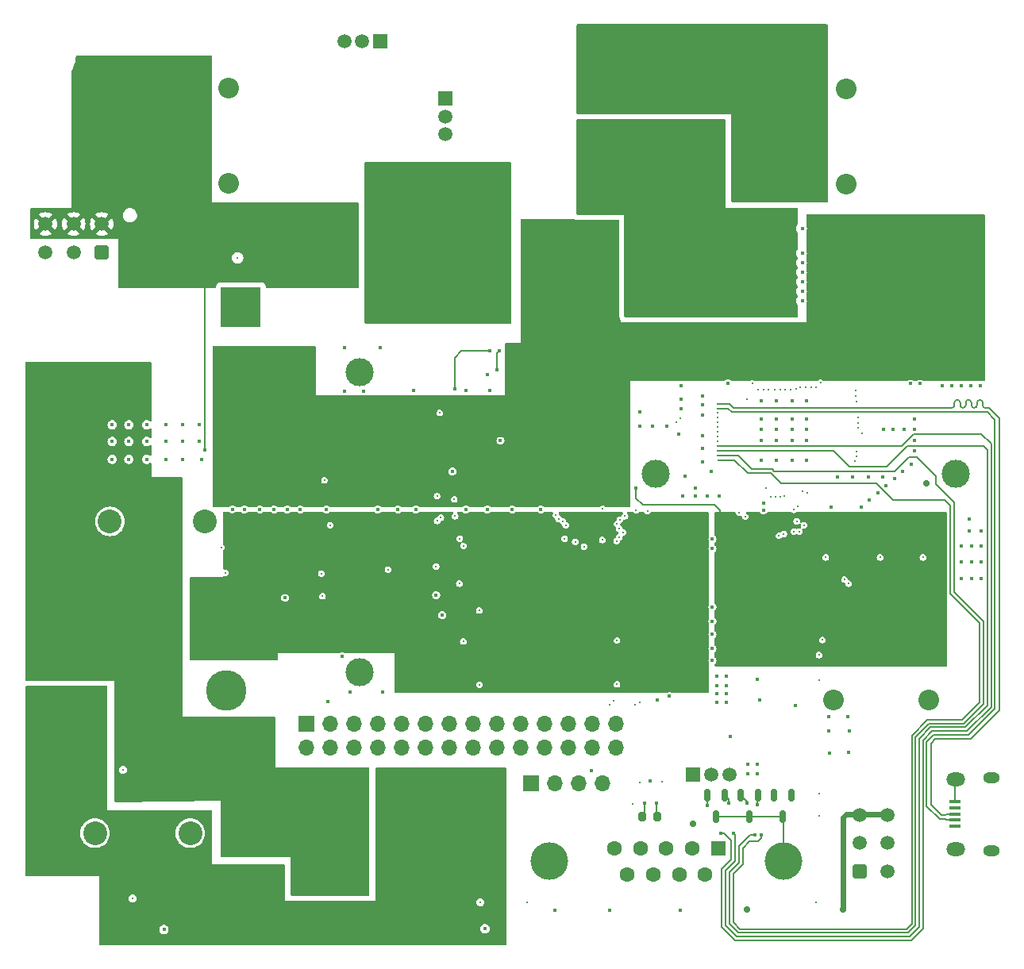
<source format=gtl>
G04 #@! TF.GenerationSoftware,KiCad,Pcbnew,7.0.2*
G04 #@! TF.CreationDate,2023-11-05T14:56:02-07:00*
G04 #@! TF.ProjectId,Relay_Board_Lucy_V1,52656c61-795f-4426-9f61-72645f4c7563,V1.0*
G04 #@! TF.SameCoordinates,Original*
G04 #@! TF.FileFunction,Copper,L1,Top*
G04 #@! TF.FilePolarity,Positive*
%FSLAX46Y46*%
G04 Gerber Fmt 4.6, Leading zero omitted, Abs format (unit mm)*
G04 Created by KiCad (PCBNEW 7.0.2) date 2023-11-05 14:56:02*
%MOMM*%
%LPD*%
G01*
G04 APERTURE LIST*
G04 Aperture macros list*
%AMRoundRect*
0 Rectangle with rounded corners*
0 $1 Rounding radius*
0 $2 $3 $4 $5 $6 $7 $8 $9 X,Y pos of 4 corners*
0 Add a 4 corners polygon primitive as box body*
4,1,4,$2,$3,$4,$5,$6,$7,$8,$9,$2,$3,0*
0 Add four circle primitives for the rounded corners*
1,1,$1+$1,$2,$3*
1,1,$1+$1,$4,$5*
1,1,$1+$1,$6,$7*
1,1,$1+$1,$8,$9*
0 Add four rect primitives between the rounded corners*
20,1,$1+$1,$2,$3,$4,$5,0*
20,1,$1+$1,$4,$5,$6,$7,0*
20,1,$1+$1,$6,$7,$8,$9,0*
20,1,$1+$1,$8,$9,$2,$3,0*%
G04 Aperture macros list end*
G04 #@! TA.AperFunction,SMDPad,CuDef*
%ADD10R,1.300000X0.450000*%
G04 #@! TD*
G04 #@! TA.AperFunction,ComponentPad*
%ADD11O,1.800000X1.150000*%
G04 #@! TD*
G04 #@! TA.AperFunction,ComponentPad*
%ADD12O,2.000000X1.450000*%
G04 #@! TD*
G04 #@! TA.AperFunction,SMDPad,CuDef*
%ADD13RoundRect,0.250000X-2.050000X-0.300000X2.050000X-0.300000X2.050000X0.300000X-2.050000X0.300000X0*%
G04 #@! TD*
G04 #@! TA.AperFunction,SMDPad,CuDef*
%ADD14RoundRect,0.250000X-2.025000X-2.375000X2.025000X-2.375000X2.025000X2.375000X-2.025000X2.375000X0*%
G04 #@! TD*
G04 #@! TA.AperFunction,SMDPad,CuDef*
%ADD15RoundRect,0.250002X-4.449998X-5.149998X4.449998X-5.149998X4.449998X5.149998X-4.449998X5.149998X0*%
G04 #@! TD*
G04 #@! TA.AperFunction,ComponentPad*
%ADD16R,4.318000X4.318000*%
G04 #@! TD*
G04 #@! TA.AperFunction,ComponentPad*
%ADD17C,4.318000*%
G04 #@! TD*
G04 #@! TA.AperFunction,ComponentPad*
%ADD18C,2.540000*%
G04 #@! TD*
G04 #@! TA.AperFunction,ComponentPad*
%ADD19C,2.209800*%
G04 #@! TD*
G04 #@! TA.AperFunction,SMDPad,CuDef*
%ADD20RoundRect,0.200000X0.200000X0.275000X-0.200000X0.275000X-0.200000X-0.275000X0.200000X-0.275000X0*%
G04 #@! TD*
G04 #@! TA.AperFunction,ComponentPad*
%ADD21R,1.700000X1.700000*%
G04 #@! TD*
G04 #@! TA.AperFunction,ComponentPad*
%ADD22O,1.700000X1.700000*%
G04 #@! TD*
G04 #@! TA.AperFunction,ComponentPad*
%ADD23RoundRect,0.250001X0.499999X0.499999X-0.499999X0.499999X-0.499999X-0.499999X0.499999X-0.499999X0*%
G04 #@! TD*
G04 #@! TA.AperFunction,ComponentPad*
%ADD24C,1.500000*%
G04 #@! TD*
G04 #@! TA.AperFunction,SMDPad,CuDef*
%ADD25RoundRect,0.150000X-0.150000X0.512500X-0.150000X-0.512500X0.150000X-0.512500X0.150000X0.512500X0*%
G04 #@! TD*
G04 #@! TA.AperFunction,ComponentPad*
%ADD26O,7.500000X2.300000*%
G04 #@! TD*
G04 #@! TA.AperFunction,ComponentPad*
%ADD27C,3.000000*%
G04 #@! TD*
G04 #@! TA.AperFunction,ComponentPad*
%ADD28O,2.300000X7.500000*%
G04 #@! TD*
G04 #@! TA.AperFunction,ComponentPad*
%ADD29R,1.500000X1.500000*%
G04 #@! TD*
G04 #@! TA.AperFunction,ComponentPad*
%ADD30C,0.800000*%
G04 #@! TD*
G04 #@! TA.AperFunction,ComponentPad*
%ADD31O,9.000000X6.000000*%
G04 #@! TD*
G04 #@! TA.AperFunction,ComponentPad*
%ADD32RoundRect,0.250001X0.499999X-0.499999X0.499999X0.499999X-0.499999X0.499999X-0.499999X-0.499999X0*%
G04 #@! TD*
G04 #@! TA.AperFunction,ComponentPad*
%ADD33O,6.000000X9.000000*%
G04 #@! TD*
G04 #@! TA.AperFunction,ComponentPad*
%ADD34C,4.000000*%
G04 #@! TD*
G04 #@! TA.AperFunction,ComponentPad*
%ADD35R,1.600000X1.600000*%
G04 #@! TD*
G04 #@! TA.AperFunction,ComponentPad*
%ADD36C,1.600000*%
G04 #@! TD*
G04 #@! TA.AperFunction,ViaPad*
%ADD37C,0.400000*%
G04 #@! TD*
G04 #@! TA.AperFunction,ViaPad*
%ADD38C,0.700000*%
G04 #@! TD*
G04 #@! TA.AperFunction,ViaPad*
%ADD39C,0.250000*%
G04 #@! TD*
G04 #@! TA.AperFunction,Conductor*
%ADD40C,0.200000*%
G04 #@! TD*
G04 #@! TA.AperFunction,Conductor*
%ADD41C,0.600000*%
G04 #@! TD*
G04 #@! TA.AperFunction,Conductor*
%ADD42C,10.000000*%
G04 #@! TD*
G04 APERTURE END LIST*
D10*
X188600000Y-139222000D03*
X188600000Y-138572000D03*
X188600000Y-137922000D03*
X188600000Y-137272000D03*
X188600000Y-136622000D03*
D11*
X192450000Y-141797000D03*
D12*
X188650000Y-141647000D03*
X188650000Y-134197000D03*
D11*
X192450000Y-134047000D03*
D13*
X138430000Y-77470000D03*
D14*
X145155000Y-77235000D03*
X145155000Y-82785000D03*
D15*
X147580000Y-80010000D03*
D14*
X150005000Y-77235000D03*
X150005000Y-82785000D03*
D13*
X138430000Y-82550000D03*
D16*
X110800000Y-117100000D03*
D17*
X110800000Y-124720000D03*
D18*
X106990000Y-139960000D03*
X96830000Y-139960000D03*
D17*
X93020000Y-127260000D03*
D19*
X175641000Y-125730000D03*
X185801000Y-125730000D03*
X175641000Y-115570000D03*
X185801000Y-115570000D03*
D20*
X156844000Y-138176000D03*
X155194000Y-138176000D03*
D21*
X119390000Y-128270000D03*
D22*
X119390000Y-130810000D03*
X121930000Y-128270000D03*
X121930000Y-130810000D03*
X124470000Y-128270000D03*
X124470000Y-130810000D03*
X127010000Y-128270000D03*
X127010000Y-130810000D03*
X129550000Y-128270000D03*
X129550000Y-130810000D03*
X132090000Y-128270000D03*
X132090000Y-130810000D03*
X134630000Y-128270000D03*
X134630000Y-130810000D03*
X137170000Y-128270000D03*
X137170000Y-130810000D03*
X139710000Y-128270000D03*
X139710000Y-130810000D03*
X142250000Y-128270000D03*
X142250000Y-130810000D03*
X144790000Y-128270000D03*
X144790000Y-130810000D03*
X147330000Y-128270000D03*
X147330000Y-130810000D03*
X149870000Y-128270000D03*
X149870000Y-130810000D03*
X152410000Y-128270000D03*
X152410000Y-130810000D03*
D21*
X143383000Y-134620000D03*
D22*
X145923000Y-134620000D03*
X148463000Y-134620000D03*
X151003000Y-134620000D03*
D19*
X123825000Y-135001000D03*
X123825000Y-145161000D03*
X133985000Y-135001000D03*
X133985000Y-145161000D03*
D23*
X97567000Y-77978000D03*
D24*
X94567000Y-77978000D03*
X91567000Y-77978000D03*
X97567000Y-74978000D03*
X94567000Y-74978000D03*
X91567000Y-74978000D03*
D25*
X164018000Y-135895500D03*
X162118000Y-135895500D03*
X163068000Y-138170500D03*
D26*
X160650000Y-83000000D03*
X184650000Y-83000000D03*
D27*
X188650000Y-101600000D03*
X156650000Y-101600000D03*
D28*
X143695000Y-94805000D03*
X143695000Y-118805000D03*
D27*
X125095000Y-122805000D03*
X125095000Y-90805000D03*
D19*
X111125000Y-70612000D03*
X111125000Y-60452000D03*
X100965000Y-70612000D03*
X100965000Y-60452000D03*
D29*
X160660000Y-133745000D03*
D24*
X162570000Y-133745000D03*
X164480000Y-133745000D03*
D30*
X163620000Y-111715000D03*
X163620000Y-112975000D03*
X164370000Y-110685000D03*
X164370000Y-114005000D03*
X165570000Y-110295000D03*
X165570000Y-114395000D03*
X166900000Y-110295000D03*
X166900000Y-114395000D03*
D31*
X167570000Y-112345000D03*
D30*
X168240000Y-110295000D03*
X168240000Y-114395000D03*
X169570000Y-110295000D03*
X169570000Y-114395000D03*
X170770000Y-110685000D03*
X170770000Y-114005000D03*
X171520000Y-111715000D03*
X171520000Y-112975000D03*
X153620000Y-111715000D03*
X153620000Y-112975000D03*
X154370000Y-110685000D03*
X154370000Y-114005000D03*
X155570000Y-110295000D03*
X155570000Y-114395000D03*
X156900000Y-110295000D03*
X156900000Y-114395000D03*
D31*
X157570000Y-112345000D03*
D30*
X158240000Y-110295000D03*
X158240000Y-114395000D03*
X159570000Y-110295000D03*
X159570000Y-114395000D03*
X160770000Y-110685000D03*
X160770000Y-114005000D03*
X161520000Y-111715000D03*
X161520000Y-112975000D03*
D32*
X178400000Y-144000000D03*
D24*
X178400000Y-141000000D03*
X178400000Y-138000000D03*
X181400000Y-144000000D03*
X181400000Y-141000000D03*
X181400000Y-138000000D03*
D25*
X167574000Y-135895500D03*
X165674000Y-135895500D03*
X166624000Y-138170500D03*
X171130000Y-135895500D03*
X169230000Y-135895500D03*
X170180000Y-138170500D03*
D29*
X134225000Y-61600000D03*
D24*
X134225000Y-63510000D03*
X134225000Y-65420000D03*
D30*
X156255000Y-64560000D03*
X154995000Y-64560000D03*
X157285000Y-65310000D03*
X153965000Y-65310000D03*
X157675000Y-66510000D03*
X153575000Y-66510000D03*
X157675000Y-67840000D03*
X153575000Y-67840000D03*
D33*
X155625000Y-68510000D03*
D30*
X157675000Y-69180000D03*
X153575000Y-69180000D03*
X157675000Y-70510000D03*
X153575000Y-70510000D03*
X157285000Y-71710000D03*
X153965000Y-71710000D03*
X156255000Y-72460000D03*
X154995000Y-72460000D03*
X156255000Y-54560000D03*
X154995000Y-54560000D03*
X157285000Y-55310000D03*
X153965000Y-55310000D03*
X157675000Y-56510000D03*
X153575000Y-56510000D03*
X157675000Y-57840000D03*
X153575000Y-57840000D03*
D33*
X155625000Y-58510000D03*
D30*
X157675000Y-59180000D03*
X153575000Y-59180000D03*
X157675000Y-60510000D03*
X153575000Y-60510000D03*
X157285000Y-61710000D03*
X153965000Y-61710000D03*
X156255000Y-62460000D03*
X154995000Y-62460000D03*
D19*
X176931600Y-70739101D03*
X176931600Y-60579101D03*
X166771600Y-70739101D03*
X166771600Y-60579101D03*
D16*
X112400000Y-83840000D03*
D17*
X112400000Y-91460000D03*
D18*
X108590000Y-106700000D03*
X98430000Y-106700000D03*
D17*
X94620000Y-94000000D03*
D34*
X145270000Y-142979000D03*
X170270000Y-142979000D03*
D35*
X163310000Y-141559000D03*
D36*
X160540000Y-141559000D03*
X157770000Y-141559000D03*
X155000000Y-141559000D03*
X152230000Y-141559000D03*
X161925000Y-144399000D03*
X159155000Y-144399000D03*
X156385000Y-144399000D03*
X153615000Y-144399000D03*
D29*
X127249000Y-55485000D03*
D24*
X125339000Y-55485000D03*
X123429000Y-55485000D03*
D30*
X124289000Y-77515000D03*
X124289000Y-76255000D03*
X123539000Y-78545000D03*
X123539000Y-75225000D03*
X122339000Y-78935000D03*
X122339000Y-74835000D03*
X121009000Y-78935000D03*
X121009000Y-74835000D03*
D31*
X120339000Y-76885000D03*
D30*
X119669000Y-78935000D03*
X119669000Y-74835000D03*
X118339000Y-78935000D03*
X118339000Y-74835000D03*
X117139000Y-78545000D03*
X117139000Y-75225000D03*
X116389000Y-77515000D03*
X116389000Y-76255000D03*
X134289000Y-77515000D03*
X134289000Y-76255000D03*
X133539000Y-78545000D03*
X133539000Y-75225000D03*
X132339000Y-78935000D03*
X132339000Y-74835000D03*
X131009000Y-78935000D03*
X131009000Y-74835000D03*
D31*
X130339000Y-76885000D03*
D30*
X129669000Y-78935000D03*
X129669000Y-74835000D03*
X128339000Y-78935000D03*
X128339000Y-74835000D03*
X127139000Y-78545000D03*
X127139000Y-75225000D03*
X126389000Y-77515000D03*
X126389000Y-76255000D03*
D37*
X159359600Y-94691200D03*
X138938000Y-92710000D03*
X179451000Y-104394000D03*
X144399000Y-105410000D03*
X169545000Y-98044000D03*
X180848000Y-101981000D03*
X171196000Y-98044000D03*
X164211000Y-125984000D03*
X171196000Y-100203000D03*
X104394000Y-98171000D03*
X123215400Y-121081800D03*
X118745000Y-105410000D03*
X184277000Y-96901000D03*
X163449000Y-104013000D03*
X164211000Y-123190000D03*
X138684000Y-105410000D03*
X187198000Y-92202000D03*
X160909000Y-104013000D03*
X189230000Y-92202000D03*
X172339000Y-82169000D03*
X164211000Y-124206000D03*
X163195000Y-124206000D03*
X175387000Y-105156000D03*
X172720000Y-100203000D03*
X183800000Y-92000000D03*
X184277000Y-98044000D03*
X177165000Y-127508000D03*
X127228600Y-88188800D03*
X158115000Y-125349000D03*
X167894000Y-93853000D03*
X180975000Y-96901000D03*
X169545000Y-100203000D03*
X190373000Y-112776000D03*
X104394000Y-100076000D03*
X98679000Y-98171000D03*
X178562000Y-105156000D03*
X162687000Y-117348000D03*
X159359600Y-93675200D03*
X172720000Y-98044000D03*
X171196000Y-93853000D03*
X123418600Y-88138000D03*
X189230000Y-112776000D03*
X162687000Y-109601000D03*
X163195000Y-125095000D03*
X106172000Y-100076000D03*
X163195000Y-125984000D03*
X145872200Y-148158200D03*
X159512000Y-104013000D03*
X172339000Y-75438000D03*
X130810000Y-92710000D03*
X167894000Y-96901000D03*
X169545000Y-93853000D03*
X177266600Y-129032000D03*
X167894000Y-98044000D03*
X176022000Y-101981000D03*
X172720000Y-96901000D03*
X175107600Y-129032000D03*
X100457000Y-96393000D03*
X168148000Y-104775000D03*
X162560000Y-101346000D03*
X163195000Y-123190000D03*
X100457000Y-98171000D03*
X160909000Y-103124000D03*
X184277000Y-99187000D03*
X117348000Y-105410000D03*
X190373000Y-110998000D03*
X161671000Y-98933000D03*
X182118000Y-102108000D03*
X167513000Y-132588000D03*
X164338000Y-91948000D03*
X106172000Y-96393000D03*
X181991000Y-96901000D03*
X107950000Y-98171000D03*
X172339000Y-83185000D03*
X108204000Y-100076000D03*
X168148000Y-105537000D03*
X172339000Y-79121000D03*
X125450600Y-92811600D03*
X189230000Y-109347000D03*
X184800000Y-92000000D03*
X191262000Y-92202000D03*
X136398000Y-92710000D03*
X189230000Y-110998000D03*
X162687000Y-118745000D03*
X162687000Y-108585000D03*
X162687000Y-120269000D03*
X121640600Y-125933200D03*
X138684000Y-91059000D03*
X169545000Y-96901000D03*
X172720000Y-93853000D03*
X184277000Y-95758000D03*
X175158400Y-131394200D03*
X159131000Y-97409000D03*
X191389000Y-110998000D03*
X156337000Y-96520000D03*
X167513000Y-123571000D03*
X159385000Y-92202000D03*
X172339000Y-80137000D03*
X102362000Y-100076000D03*
X164211000Y-125095000D03*
X172339000Y-81153000D03*
X172720000Y-95758000D03*
X183159400Y-96901000D03*
X159232600Y-148209000D03*
X166497000Y-133604000D03*
X162687000Y-121539000D03*
X177241200Y-131368800D03*
X159766000Y-101854000D03*
X156845000Y-125730000D03*
X154940000Y-94996000D03*
X167513000Y-133604000D03*
X102362000Y-98171000D03*
X115951000Y-105410000D03*
X98679000Y-100076000D03*
X177673000Y-101981000D03*
X141351000Y-105410000D03*
X151688800Y-148183600D03*
X171196000Y-95758000D03*
X181229000Y-102870000D03*
X131064000Y-105410000D03*
X157861000Y-96520000D03*
X190373000Y-109347000D03*
X171577000Y-126365000D03*
X102362000Y-96393000D03*
X154940000Y-96520000D03*
X190119000Y-106426000D03*
X167767000Y-125730000D03*
X129159000Y-105410000D03*
X190246000Y-92202000D03*
X167894000Y-100203000D03*
X175107600Y-127508000D03*
X191389000Y-112776000D03*
X100457000Y-100076000D03*
X191389000Y-107696000D03*
X171196000Y-96901000D03*
X167894000Y-95758000D03*
X127000000Y-105410000D03*
X161671000Y-93345000D03*
X191389000Y-109347000D03*
X98679000Y-96393000D03*
X149783800Y-133248400D03*
X161671000Y-100330000D03*
X190119000Y-107696000D03*
X156057600Y-134391400D03*
X107950000Y-96393000D03*
X180340000Y-103632000D03*
X136398000Y-105410000D03*
X104394000Y-96393000D03*
X164592000Y-129667000D03*
X112776000Y-105410000D03*
X106172000Y-98171000D03*
X138430000Y-150164800D03*
X166497000Y-132588000D03*
X124002800Y-124942600D03*
X162179000Y-104013000D03*
X188214000Y-92202000D03*
X161671000Y-97536000D03*
X127533400Y-124942600D03*
X172339000Y-78105000D03*
X123469400Y-92786200D03*
X179324000Y-101981000D03*
X169545000Y-95758000D03*
X104190800Y-150241000D03*
X162687000Y-115824000D03*
X161671000Y-95377000D03*
X161671000Y-94234000D03*
X121539000Y-105435400D03*
X114427000Y-105410000D03*
X111500000Y-105400000D03*
X183896000Y-100584000D03*
X183007000Y-101346000D03*
D38*
X176657000Y-148082000D03*
X166370000Y-148082000D03*
X160655000Y-138938000D03*
X185547000Y-102616000D03*
D39*
X178257200Y-95631000D03*
X177215800Y-113334800D03*
D37*
X171069000Y-135890000D03*
X169164000Y-135890000D03*
D39*
X146278600Y-106426000D03*
X153365200Y-106146600D03*
X133731000Y-106299000D03*
X133604000Y-95123000D03*
X133324600Y-103987600D03*
X171805600Y-105130600D03*
X133324600Y-106654600D03*
X146735800Y-106680000D03*
X152806400Y-106527600D03*
X171678600Y-106680000D03*
X171373800Y-107772200D03*
X148056600Y-108864400D03*
X170357800Y-104013000D03*
X153136600Y-107873800D03*
X171958000Y-107772200D03*
X152781000Y-107492800D03*
X171373800Y-105460800D03*
X135686800Y-113334800D03*
X146913600Y-108534200D03*
X135737600Y-108534200D03*
X172466000Y-107086400D03*
X147040600Y-107086400D03*
X121310400Y-102311200D03*
X152501600Y-106959400D03*
X121920000Y-107086400D03*
X172770800Y-103657400D03*
X152501600Y-124079000D03*
X137845800Y-124104400D03*
X174421800Y-119354600D03*
X152501600Y-119405400D03*
X172339000Y-103505000D03*
X137820400Y-116205000D03*
D37*
X167513000Y-136906000D03*
X166370000Y-136779000D03*
X164465000Y-136779000D03*
X162179000Y-137033000D03*
X108534200Y-99110800D03*
X138938000Y-88519000D03*
X154559000Y-103149400D03*
X134950200Y-101371400D03*
X135178800Y-92583000D03*
X140081000Y-98094800D03*
X139700000Y-90551000D03*
X139954000Y-88519000D03*
D39*
X166938000Y-91973400D03*
X154559000Y-105511600D03*
X166192200Y-106197400D03*
X151739600Y-126263400D03*
X154457400Y-126263400D03*
X152146000Y-125857000D03*
X165557200Y-105765600D03*
X154914600Y-125984000D03*
X166395400Y-93649800D03*
X155752800Y-105587800D03*
X163271200Y-94643000D03*
X163271200Y-94143000D03*
X178231800Y-96164400D03*
X170459400Y-92608400D03*
X178206400Y-96697800D03*
X171069000Y-92608400D03*
X178638200Y-97282000D03*
X171602400Y-92557600D03*
X172059600Y-92430600D03*
X178028600Y-99263200D03*
X168148000Y-92659200D03*
X178028600Y-99796600D03*
X168681400Y-92608400D03*
X177927000Y-100304600D03*
X169341800Y-92659200D03*
X169900600Y-92633800D03*
X177977800Y-92735400D03*
X167589200Y-92684600D03*
X178003200Y-93294200D03*
X163271200Y-95643000D03*
X178028600Y-93903800D03*
X163271200Y-95143000D03*
X163271200Y-98143000D03*
X163271200Y-97643000D03*
X163271200Y-97143000D03*
D37*
X156718000Y-136779000D03*
X155448000Y-136779000D03*
D39*
X128092200Y-111836200D03*
X110286800Y-109474000D03*
X133223000Y-111506000D03*
D37*
X133883400Y-116713000D03*
X133223000Y-114554000D03*
X117119400Y-114858800D03*
D39*
X110718600Y-112166400D03*
X120980200Y-112268000D03*
X112039400Y-78587600D03*
X121095000Y-114681000D03*
X163296600Y-100143000D03*
D37*
X167919400Y-140182600D03*
D39*
X163271200Y-99643000D03*
D37*
X167259000Y-140157200D03*
X164969815Y-139994133D03*
D39*
X163271200Y-99143000D03*
D37*
X163550600Y-139954000D03*
D39*
X163271200Y-98643000D03*
X173202600Y-92379800D03*
X176784000Y-112903000D03*
X168910000Y-104038400D03*
X136118600Y-119507000D03*
X169773600Y-108229400D03*
X148996400Y-109397800D03*
X136144000Y-109321600D03*
X152476200Y-108788200D03*
X180568600Y-110540800D03*
X185140600Y-110540800D03*
X174777400Y-110540800D03*
X168427400Y-103149400D03*
X150952200Y-108686600D03*
X135255000Y-106146600D03*
X135153400Y-104343200D03*
X150977600Y-105359200D03*
X145999200Y-106019600D03*
X152755600Y-108381800D03*
X169438000Y-104069200D03*
X170307000Y-108026200D03*
X169900600Y-104038400D03*
X137947400Y-147320000D03*
X142900400Y-147320000D03*
X174066200Y-120954800D03*
X174066200Y-123596400D03*
X100838000Y-146913600D03*
X174066200Y-138150600D03*
X174066200Y-135737600D03*
X173710600Y-147320000D03*
X99822000Y-133223000D03*
X163271200Y-96143000D03*
X159283400Y-95732600D03*
X158877000Y-96139000D03*
X163271200Y-96643000D03*
X174218600Y-91922600D03*
X154940000Y-134518400D03*
X157302200Y-134493000D03*
X173761400Y-92354400D03*
X154178000Y-136829800D03*
X172643800Y-92405200D03*
D40*
X170270000Y-138260500D02*
X170270000Y-142979000D01*
X188600000Y-136622000D02*
X188600000Y-134247000D01*
X170180000Y-138170500D02*
X170270000Y-138260500D01*
X170180000Y-138170500D02*
X166624000Y-138170500D01*
X163068000Y-138170500D02*
X166624000Y-138170500D01*
X188600000Y-134247000D02*
X188650000Y-134197000D01*
D41*
X176990000Y-137970000D02*
X178425000Y-137970000D01*
X176657000Y-148082000D02*
X176657000Y-138303000D01*
X178425000Y-137970000D02*
X181425000Y-137970000D01*
X176657000Y-138303000D02*
X176990000Y-137970000D01*
D40*
X171069000Y-135890000D02*
X171124500Y-135890000D01*
X171124500Y-135890000D02*
X171130000Y-135895500D01*
X169164000Y-135890000D02*
X169224500Y-135890000D01*
X169224500Y-135890000D02*
X169230000Y-135895500D01*
D42*
X147580000Y-80010000D02*
X147701000Y-80131000D01*
X147701000Y-80131000D02*
X147701000Y-88519000D01*
D40*
X167513000Y-135956500D02*
X167574000Y-135895500D01*
X167513000Y-136906000D02*
X167513000Y-135956500D01*
X166370000Y-136591500D02*
X165674000Y-135895500D01*
X166370000Y-136779000D02*
X166370000Y-136591500D01*
X164465000Y-136779000D02*
X164465000Y-136342500D01*
X164465000Y-136342500D02*
X164018000Y-135895500D01*
X162179000Y-137033000D02*
X162179000Y-135956500D01*
X162179000Y-135956500D02*
X162118000Y-135895500D01*
X108534200Y-99110800D02*
X108534200Y-81254600D01*
X154559000Y-104267000D02*
X154559000Y-103149400D01*
X163499800Y-105537000D02*
X162915600Y-104952800D01*
X135890000Y-88519000D02*
X135178800Y-89230200D01*
X155244800Y-104952800D02*
X154559000Y-104267000D01*
X163499800Y-106324400D02*
X163499800Y-105537000D01*
X138938000Y-88519000D02*
X135890000Y-88519000D01*
X162915600Y-104952800D02*
X155244800Y-104952800D01*
X135178800Y-89230200D02*
X135178800Y-92583000D01*
X139700000Y-88773000D02*
X139954000Y-88519000D01*
X139700000Y-90551000D02*
X139700000Y-88773000D01*
X192815000Y-126678200D02*
X192815000Y-95851200D01*
X190025800Y-129467400D02*
X192815000Y-126678200D01*
X186947200Y-138472000D02*
X185550600Y-137075400D01*
X164366000Y-94643000D02*
X163271200Y-94643000D01*
X192007000Y-95043200D02*
X164766200Y-95043200D01*
X187524999Y-138472000D02*
X186947200Y-138472000D01*
X185550600Y-137075400D02*
X185550600Y-130208800D01*
X188600000Y-138572000D02*
X187624999Y-138572000D01*
X187624999Y-138572000D02*
X187524999Y-138472000D01*
X192815000Y-95851200D02*
X192007000Y-95043200D01*
X186292000Y-129467400D02*
X190025800Y-129467400D01*
X185550600Y-130208800D02*
X186292000Y-129467400D01*
X164766200Y-95043200D02*
X164366000Y-94643000D01*
X193265000Y-95664800D02*
X193265000Y-126864600D01*
X189714000Y-94293200D02*
X189714000Y-94029048D01*
X188514000Y-94293200D02*
X188514000Y-94029041D01*
X190212200Y-129917400D02*
X186478400Y-129917400D01*
X164490400Y-94132400D02*
X164951200Y-94593200D01*
X193265000Y-126864600D02*
X190212200Y-129917400D01*
X191514000Y-94029054D02*
X191514000Y-94293200D01*
X163271200Y-94143000D02*
X163281800Y-94132400D01*
X187133600Y-138022000D02*
X187524999Y-138022000D01*
X187524999Y-138022000D02*
X187624999Y-137922000D01*
X190314000Y-94029048D02*
X190314000Y-94293200D01*
X186478400Y-129917400D02*
X186000600Y-130395200D01*
X187624999Y-137922000D02*
X188600000Y-137922000D01*
X186000600Y-130395200D02*
X186000600Y-136889000D01*
X192193400Y-94593200D02*
X193265000Y-95664800D01*
X163281800Y-94132400D02*
X164490400Y-94132400D01*
X164951200Y-94593200D02*
X188214000Y-94593200D01*
X190914000Y-94293200D02*
X190914000Y-94029054D01*
X191814000Y-94593200D02*
X192193400Y-94593200D01*
X189114000Y-94029041D02*
X189114000Y-94293200D01*
X186000600Y-136889000D02*
X187133600Y-138022000D01*
X189114000Y-94293200D02*
G75*
G03*
X189414000Y-94593200I300000J0D01*
G01*
X189414000Y-94593200D02*
G75*
G03*
X189714000Y-94293200I0J300000D01*
G01*
X190614000Y-94593200D02*
G75*
G03*
X190914000Y-94293200I0J300000D01*
G01*
X190314000Y-94293200D02*
G75*
G03*
X190614000Y-94593200I300000J0D01*
G01*
X190014000Y-93729000D02*
G75*
G03*
X189714000Y-94029048I0J-300000D01*
G01*
X191514046Y-94029054D02*
G75*
G03*
X191214000Y-93729054I-300046J-46D01*
G01*
X190313952Y-94029048D02*
G75*
G03*
X190014000Y-93729048I-299952J48D01*
G01*
X188814000Y-93729000D02*
G75*
G03*
X188514000Y-94029041I0J-300000D01*
G01*
X191214000Y-93729100D02*
G75*
G03*
X190914000Y-94029054I0J-300000D01*
G01*
X191514000Y-94293200D02*
G75*
G03*
X191814000Y-94593200I300000J0D01*
G01*
X189113959Y-94029041D02*
G75*
G03*
X188814000Y-93729041I-299959J41D01*
G01*
X188214000Y-94593200D02*
G75*
G03*
X188514000Y-94293200I0J300000D01*
G01*
X156718000Y-138050000D02*
X156844000Y-138176000D01*
X156718000Y-136779000D02*
X156718000Y-138050000D01*
X155448000Y-136779000D02*
X155448000Y-137922000D01*
X155448000Y-137922000D02*
X155194000Y-138176000D01*
X187452000Y-104394000D02*
X188087000Y-105029000D01*
X185629256Y-127867400D02*
X183950600Y-129546059D01*
X165919000Y-143245055D02*
X165919000Y-141548000D01*
X191215000Y-117527553D02*
X191215000Y-126015456D01*
X188087000Y-105029000D02*
X188087000Y-114399553D01*
X189363056Y-127867400D02*
X185629256Y-127867400D01*
X165919000Y-141548000D02*
X166624000Y-140843000D01*
X183950600Y-149632342D02*
X183398942Y-150184000D01*
X163296600Y-100143000D02*
X165040000Y-100143000D01*
X164903000Y-149489942D02*
X164903000Y-144261057D01*
X165040000Y-100143000D02*
X166426600Y-101529600D01*
X169996400Y-102616000D02*
X180213000Y-102616000D01*
X167919400Y-140447254D02*
X167919400Y-140182600D01*
X164903000Y-144261057D02*
X165919000Y-143245055D01*
X180213000Y-102616000D02*
X181991000Y-104394000D01*
X188087000Y-114399553D02*
X191215000Y-117527553D01*
X168910000Y-101529600D02*
X169996400Y-102616000D01*
X167523654Y-140843000D02*
X167919400Y-140447254D01*
X191215000Y-126015456D02*
X189363056Y-127867400D01*
X183950600Y-129546059D02*
X183950600Y-149632342D01*
X166624000Y-140843000D02*
X167523654Y-140843000D01*
X165597058Y-150184000D02*
X164903000Y-149489942D01*
X166426600Y-101529600D02*
X168910000Y-101529600D01*
X181991000Y-104394000D02*
X187452000Y-104394000D01*
X183398942Y-150184000D02*
X165597058Y-150184000D01*
X191615000Y-117361868D02*
X191615000Y-126181142D01*
X188487000Y-104667000D02*
X188487000Y-114233867D01*
X166674800Y-140157200D02*
X167259000Y-140157200D01*
X165445000Y-99695000D02*
X166879600Y-101129600D01*
X166879600Y-101129600D02*
X169075685Y-101129600D01*
X163323200Y-99695000D02*
X165445000Y-99695000D01*
X183564628Y-150584000D02*
X165431372Y-150584000D01*
X188487000Y-114233867D02*
X191615000Y-117361868D01*
X186563000Y-101854000D02*
X186563000Y-102743000D01*
X164503000Y-149655628D02*
X164503000Y-144095372D01*
X182118000Y-101346000D02*
X183642000Y-99822000D01*
X191615000Y-126181142D02*
X189528742Y-128267400D01*
X165431372Y-150584000D02*
X164503000Y-149655628D01*
X184531000Y-99822000D02*
X186563000Y-101854000D01*
X185794942Y-128267400D02*
X184350600Y-129711744D01*
X183642000Y-99822000D02*
X184531000Y-99822000D01*
X169075685Y-101129600D02*
X169292085Y-101346000D01*
X186563000Y-102743000D02*
X188487000Y-104667000D01*
X165519000Y-141313000D02*
X166674800Y-140157200D01*
X169292085Y-101346000D02*
X182118000Y-101346000D01*
X163271200Y-99643000D02*
X163323200Y-99695000D01*
X189528742Y-128267400D02*
X185794942Y-128267400D01*
X184350600Y-129711744D02*
X184350600Y-149798028D01*
X184350600Y-149798028D02*
X183564628Y-150584000D01*
X165519000Y-143079370D02*
X165519000Y-141313000D01*
X164503000Y-144095372D02*
X165519000Y-143079370D01*
X175641000Y-99187000D02*
X177292000Y-100838000D01*
X192015000Y-99120315D02*
X192015000Y-126346828D01*
X185960628Y-128667400D02*
X184750600Y-129877429D01*
X164103000Y-143929686D02*
X165119000Y-142913685D01*
X183445686Y-98679000D02*
X191573685Y-98679000D01*
X165119000Y-142913685D02*
X165119000Y-140143318D01*
X191573685Y-98679000D02*
X192015000Y-99120315D01*
X184750600Y-129877429D02*
X184750600Y-149963714D01*
X165119000Y-140143318D02*
X164969815Y-139994133D01*
X189694428Y-128667400D02*
X185960628Y-128667400D01*
X184750600Y-149963714D02*
X183730314Y-150984000D01*
X181286686Y-100838000D02*
X183445686Y-98679000D01*
X177292000Y-100838000D02*
X181286686Y-100838000D01*
X183730314Y-150984000D02*
X165265686Y-150984000D01*
X164103000Y-149821314D02*
X164103000Y-143929686D01*
X163315200Y-99187000D02*
X175641000Y-99187000D01*
X163271200Y-99143000D02*
X163315200Y-99187000D01*
X165265686Y-150984000D02*
X164103000Y-149821314D01*
X192015000Y-126346828D02*
X189694428Y-128667400D01*
X185150600Y-150129400D02*
X183896000Y-151384000D01*
X192415000Y-126512514D02*
X189860114Y-129067400D01*
X163905000Y-139954000D02*
X163550600Y-139954000D01*
X164719000Y-142748000D02*
X164719000Y-140768000D01*
X192415000Y-98435000D02*
X192415000Y-126512514D01*
X163703000Y-149987000D02*
X163703000Y-143764000D01*
X164719000Y-140768000D02*
X163905000Y-139954000D01*
X163271200Y-98643000D02*
X182916000Y-98643000D01*
X165100000Y-151384000D02*
X163703000Y-149987000D01*
X191389000Y-97409000D02*
X192415000Y-98435000D01*
X182916000Y-98643000D02*
X184150000Y-97409000D01*
X184150000Y-97409000D02*
X191389000Y-97409000D01*
X163703000Y-143764000D02*
X164719000Y-142748000D01*
X183896000Y-151384000D02*
X165100000Y-151384000D01*
X186126314Y-129067400D02*
X185150600Y-130043114D01*
X185150600Y-130043114D02*
X185150600Y-150129400D01*
X189860114Y-129067400D02*
X186126314Y-129067400D01*
G04 #@! TA.AperFunction,Conductor*
G36*
X109290039Y-57042685D02*
G01*
X109335794Y-57095489D01*
X109347000Y-57146999D01*
X109347000Y-72644000D01*
X124844000Y-72644000D01*
X124911039Y-72663685D01*
X124956794Y-72716489D01*
X124968000Y-72768000D01*
X124968000Y-81664000D01*
X124948315Y-81731039D01*
X124895511Y-81776794D01*
X124844000Y-81788000D01*
X115183499Y-81788000D01*
X115116460Y-81768315D01*
X115070705Y-81715511D01*
X115059499Y-81664000D01*
X115059499Y-81636439D01*
X115059499Y-81633128D01*
X115053091Y-81573517D01*
X115002796Y-81438669D01*
X114916546Y-81323454D01*
X114801331Y-81237204D01*
X114666483Y-81186909D01*
X114606873Y-81180500D01*
X114603550Y-81180500D01*
X110196439Y-81180500D01*
X110196420Y-81180500D01*
X110193128Y-81180501D01*
X110189848Y-81180853D01*
X110189840Y-81180854D01*
X110133515Y-81186909D01*
X109998669Y-81237204D01*
X109883454Y-81323454D01*
X109797204Y-81438668D01*
X109746910Y-81573515D01*
X109746909Y-81573517D01*
X109740500Y-81633127D01*
X109740500Y-81636448D01*
X109740500Y-81636449D01*
X109740500Y-81664000D01*
X109720815Y-81731039D01*
X109668011Y-81776794D01*
X109616500Y-81788000D01*
X99438000Y-81788000D01*
X99370961Y-81768315D01*
X99325206Y-81715511D01*
X99314000Y-81664000D01*
X99314000Y-78587600D01*
X111409305Y-78587600D01*
X111427615Y-78738391D01*
X111481478Y-78880419D01*
X111567768Y-79005431D01*
X111681463Y-79106155D01*
X111681464Y-79106155D01*
X111681466Y-79106157D01*
X111815966Y-79176748D01*
X111963451Y-79213100D01*
X111963452Y-79213100D01*
X112115348Y-79213100D01*
X112115349Y-79213100D01*
X112262834Y-79176748D01*
X112397334Y-79106157D01*
X112511032Y-79005430D01*
X112597321Y-78880419D01*
X112651185Y-78738391D01*
X112669494Y-78587600D01*
X112651185Y-78436809D01*
X112597321Y-78294781D01*
X112597321Y-78294780D01*
X112511031Y-78169768D01*
X112397336Y-78069044D01*
X112262832Y-77998451D01*
X112163590Y-77973990D01*
X112115349Y-77962100D01*
X111963451Y-77962100D01*
X111927100Y-77971059D01*
X111815967Y-77998451D01*
X111681463Y-78069044D01*
X111567768Y-78169768D01*
X111481478Y-78294780D01*
X111427615Y-78436808D01*
X111409305Y-78587600D01*
X99314000Y-78587600D01*
X99314000Y-76581000D01*
X90040000Y-76581000D01*
X89972961Y-76561315D01*
X89927206Y-76508511D01*
X89916000Y-76457000D01*
X89916000Y-74978000D01*
X90312224Y-74978000D01*
X90331287Y-75195886D01*
X90387898Y-75407161D01*
X90480331Y-75605386D01*
X90523873Y-75667571D01*
X90523874Y-75667572D01*
X91083923Y-75107523D01*
X91107507Y-75187844D01*
X91185239Y-75308798D01*
X91293900Y-75402952D01*
X91424685Y-75462680D01*
X91434466Y-75464086D01*
X90877426Y-76021124D01*
X90877427Y-76021125D01*
X90939610Y-76064666D01*
X91137840Y-76157102D01*
X91349113Y-76213712D01*
X91566999Y-76232775D01*
X91784886Y-76213712D01*
X91996159Y-76157102D01*
X92194385Y-76064667D01*
X92256572Y-76021124D01*
X91699534Y-75464086D01*
X91709315Y-75462680D01*
X91840100Y-75402952D01*
X91948761Y-75308798D01*
X92026493Y-75187844D01*
X92050076Y-75107524D01*
X92610124Y-75667572D01*
X92653667Y-75605385D01*
X92746102Y-75407159D01*
X92802712Y-75195886D01*
X92821775Y-74978000D01*
X93312224Y-74978000D01*
X93331287Y-75195886D01*
X93387898Y-75407161D01*
X93480331Y-75605386D01*
X93523873Y-75667571D01*
X93523875Y-75667572D01*
X94083923Y-75107523D01*
X94107507Y-75187844D01*
X94185239Y-75308798D01*
X94293900Y-75402952D01*
X94424685Y-75462680D01*
X94434466Y-75464086D01*
X93877426Y-76021124D01*
X93877427Y-76021125D01*
X93939610Y-76064666D01*
X94137840Y-76157102D01*
X94349113Y-76213712D01*
X94566999Y-76232775D01*
X94784886Y-76213712D01*
X94996159Y-76157102D01*
X95194385Y-76064667D01*
X95256572Y-76021124D01*
X94699534Y-75464086D01*
X94709315Y-75462680D01*
X94840100Y-75402952D01*
X94948761Y-75308798D01*
X95026493Y-75187844D01*
X95050076Y-75107524D01*
X95610124Y-75667572D01*
X95653667Y-75605385D01*
X95746102Y-75407159D01*
X95802712Y-75195886D01*
X95821775Y-74978000D01*
X96312224Y-74978000D01*
X96331287Y-75195886D01*
X96387898Y-75407161D01*
X96480331Y-75605386D01*
X96523873Y-75667571D01*
X96523874Y-75667572D01*
X97083923Y-75107523D01*
X97107507Y-75187844D01*
X97185239Y-75308798D01*
X97293900Y-75402952D01*
X97424685Y-75462680D01*
X97434466Y-75464086D01*
X96877426Y-76021124D01*
X96877427Y-76021125D01*
X96939610Y-76064666D01*
X97137840Y-76157102D01*
X97349113Y-76213712D01*
X97566999Y-76232775D01*
X97784886Y-76213712D01*
X97996159Y-76157102D01*
X98194385Y-76064667D01*
X98256572Y-76021124D01*
X97699534Y-75464086D01*
X97709315Y-75462680D01*
X97840100Y-75402952D01*
X97948761Y-75308798D01*
X98026493Y-75187844D01*
X98050076Y-75107524D01*
X98610124Y-75667572D01*
X98653667Y-75605385D01*
X98746102Y-75407159D01*
X98802712Y-75195886D01*
X98821775Y-74978000D01*
X98802712Y-74760113D01*
X98746102Y-74548840D01*
X98653667Y-74350615D01*
X98610123Y-74288428D01*
X98050076Y-74848475D01*
X98026493Y-74768156D01*
X97948761Y-74647202D01*
X97840100Y-74553048D01*
X97709315Y-74493320D01*
X97699533Y-74491913D01*
X98109278Y-74082168D01*
X99808648Y-74082168D01*
X99824120Y-74169907D01*
X99839277Y-74255866D01*
X99880146Y-74350611D01*
X99909136Y-74417818D01*
X100014461Y-74559294D01*
X100149570Y-74672665D01*
X100149571Y-74672665D01*
X100149573Y-74672667D01*
X100307189Y-74751824D01*
X100307190Y-74751824D01*
X100307192Y-74751825D01*
X100478810Y-74792500D01*
X100478812Y-74792500D01*
X100607342Y-74792500D01*
X100610941Y-74792500D01*
X100742184Y-74777160D01*
X100907924Y-74716836D01*
X101055285Y-74619915D01*
X101176322Y-74491623D01*
X101184188Y-74478000D01*
X101230291Y-74398143D01*
X101264510Y-74338876D01*
X101315095Y-74169909D01*
X101325351Y-73993831D01*
X101294723Y-73820134D01*
X101224864Y-73658182D01*
X101119539Y-73516706D01*
X101058380Y-73465387D01*
X100984429Y-73403334D01*
X100826807Y-73324174D01*
X100655190Y-73283500D01*
X100655188Y-73283500D01*
X100523059Y-73283500D01*
X100519492Y-73283916D01*
X100519490Y-73283917D01*
X100391813Y-73298840D01*
X100226074Y-73359164D01*
X100078715Y-73456084D01*
X99957676Y-73584377D01*
X99869491Y-73737120D01*
X99818905Y-73906092D01*
X99808648Y-74082168D01*
X98109278Y-74082168D01*
X98256572Y-73934874D01*
X98256571Y-73934873D01*
X98194386Y-73891331D01*
X97996161Y-73798898D01*
X97784886Y-73742287D01*
X97567000Y-73723224D01*
X97349113Y-73742287D01*
X97137840Y-73798897D01*
X96939611Y-73891333D01*
X96877428Y-73934874D01*
X96877427Y-73934875D01*
X97434467Y-74491913D01*
X97424685Y-74493320D01*
X97293900Y-74553048D01*
X97185239Y-74647202D01*
X97107507Y-74768156D01*
X97083923Y-74848475D01*
X96523875Y-74288427D01*
X96523874Y-74288428D01*
X96480333Y-74350611D01*
X96387897Y-74548840D01*
X96331287Y-74760113D01*
X96312224Y-74978000D01*
X95821775Y-74978000D01*
X95802712Y-74760113D01*
X95746102Y-74548840D01*
X95653667Y-74350615D01*
X95610123Y-74288428D01*
X95050076Y-74848475D01*
X95026493Y-74768156D01*
X94948761Y-74647202D01*
X94840100Y-74553048D01*
X94709315Y-74493320D01*
X94699534Y-74491913D01*
X95256572Y-73934875D01*
X95256571Y-73934873D01*
X95194386Y-73891331D01*
X94996161Y-73798898D01*
X94784886Y-73742287D01*
X94567000Y-73723224D01*
X94349113Y-73742287D01*
X94137840Y-73798897D01*
X93939611Y-73891333D01*
X93877428Y-73934874D01*
X93877427Y-73934875D01*
X94434466Y-74491913D01*
X94424685Y-74493320D01*
X94293900Y-74553048D01*
X94185239Y-74647202D01*
X94107507Y-74768156D01*
X94083923Y-74848475D01*
X93523875Y-74288427D01*
X93523874Y-74288428D01*
X93480333Y-74350611D01*
X93387897Y-74548840D01*
X93331287Y-74760113D01*
X93312224Y-74978000D01*
X92821775Y-74978000D01*
X92802712Y-74760113D01*
X92746102Y-74548840D01*
X92653667Y-74350615D01*
X92610123Y-74288428D01*
X92050076Y-74848475D01*
X92026493Y-74768156D01*
X91948761Y-74647202D01*
X91840100Y-74553048D01*
X91709315Y-74493320D01*
X91699533Y-74491913D01*
X92256572Y-73934874D01*
X92256571Y-73934873D01*
X92194386Y-73891331D01*
X91996161Y-73798898D01*
X91784886Y-73742287D01*
X91567000Y-73723224D01*
X91349113Y-73742287D01*
X91137840Y-73798897D01*
X90939611Y-73891333D01*
X90877428Y-73934874D01*
X90877427Y-73934875D01*
X91434467Y-74491913D01*
X91424685Y-74493320D01*
X91293900Y-74553048D01*
X91185239Y-74647202D01*
X91107507Y-74768156D01*
X91083923Y-74848475D01*
X90523875Y-74288427D01*
X90523874Y-74288428D01*
X90480333Y-74350611D01*
X90387897Y-74548840D01*
X90331287Y-74760113D01*
X90312224Y-74978000D01*
X89916000Y-74978000D01*
X89916000Y-73403000D01*
X89935685Y-73335961D01*
X89988489Y-73290206D01*
X90040000Y-73279000D01*
X94361000Y-73279000D01*
X94361000Y-58625263D01*
X94374515Y-58568968D01*
X94478260Y-58365357D01*
X94479734Y-58362465D01*
X94614978Y-58010143D01*
X94712653Y-57645613D01*
X94771690Y-57272871D01*
X94778626Y-57140510D01*
X94801793Y-57074593D01*
X94856920Y-57031664D01*
X94902457Y-57023000D01*
X109223000Y-57023000D01*
X109290039Y-57042685D01*
G37*
G04 #@! TD.AperFunction*
G04 #@! TA.AperFunction,Conductor*
G36*
X102813039Y-89681685D02*
G01*
X102858794Y-89734489D01*
X102870000Y-89786000D01*
X102870000Y-95897436D01*
X102850315Y-95964475D01*
X102797511Y-96010230D01*
X102728353Y-96020174D01*
X102678961Y-96001752D01*
X102620956Y-95964475D01*
X102572053Y-95933047D01*
X102433961Y-95892500D01*
X102290039Y-95892500D01*
X102151947Y-95933047D01*
X102030870Y-96010858D01*
X101936623Y-96119625D01*
X101876834Y-96250542D01*
X101856353Y-96393000D01*
X101876834Y-96535457D01*
X101936623Y-96666374D01*
X102021704Y-96764563D01*
X102030872Y-96775143D01*
X102151947Y-96852953D01*
X102290039Y-96893500D01*
X102433961Y-96893500D01*
X102572053Y-96852953D01*
X102678962Y-96784246D01*
X102746000Y-96764563D01*
X102813040Y-96784248D01*
X102858794Y-96837052D01*
X102870000Y-96888563D01*
X102870000Y-97675436D01*
X102850315Y-97742475D01*
X102797511Y-97788230D01*
X102728353Y-97798174D01*
X102678961Y-97779752D01*
X102620956Y-97742475D01*
X102572053Y-97711047D01*
X102433961Y-97670500D01*
X102290039Y-97670500D01*
X102151947Y-97711047D01*
X102030870Y-97788858D01*
X101936623Y-97897625D01*
X101876834Y-98028542D01*
X101856353Y-98171000D01*
X101876834Y-98313457D01*
X101936623Y-98444374D01*
X102021704Y-98542563D01*
X102030872Y-98553143D01*
X102151947Y-98630953D01*
X102290039Y-98671500D01*
X102433961Y-98671500D01*
X102572053Y-98630953D01*
X102678962Y-98562246D01*
X102746000Y-98542563D01*
X102813040Y-98562248D01*
X102858794Y-98615052D01*
X102870000Y-98666563D01*
X102870000Y-99580436D01*
X102850315Y-99647475D01*
X102797511Y-99693230D01*
X102728353Y-99703174D01*
X102678961Y-99684752D01*
X102620956Y-99647475D01*
X102572053Y-99616047D01*
X102433961Y-99575500D01*
X102290039Y-99575500D01*
X102151947Y-99616047D01*
X102030870Y-99693858D01*
X101936623Y-99802625D01*
X101876834Y-99933542D01*
X101856353Y-100075999D01*
X101876834Y-100218457D01*
X101936623Y-100349374D01*
X102021704Y-100447563D01*
X102030872Y-100458143D01*
X102151947Y-100535953D01*
X102290039Y-100576500D01*
X102433961Y-100576500D01*
X102572053Y-100535953D01*
X102678962Y-100467246D01*
X102746000Y-100447563D01*
X102813040Y-100467248D01*
X102858794Y-100520052D01*
X102870000Y-100571563D01*
X102869999Y-101980999D01*
X102870000Y-101981000D01*
X106048123Y-101981000D01*
X106115162Y-102000685D01*
X106160917Y-102053489D01*
X106172123Y-102104877D01*
X106197400Y-127558800D01*
X115978816Y-127558800D01*
X116045855Y-127578485D01*
X116091610Y-127631289D01*
X116102815Y-127683382D01*
X116077999Y-132968999D01*
X116078000Y-132969000D01*
X125987000Y-132969000D01*
X126054039Y-132988685D01*
X126099794Y-133041489D01*
X126111000Y-133093000D01*
X126111000Y-146561000D01*
X126091315Y-146628039D01*
X126038511Y-146673794D01*
X125987000Y-146685000D01*
X117853000Y-146685000D01*
X117785961Y-146665315D01*
X117740206Y-146612511D01*
X117729000Y-146561000D01*
X117729000Y-142494000D01*
X110360000Y-142494000D01*
X110292961Y-142474315D01*
X110247206Y-142421511D01*
X110236000Y-142370000D01*
X110236000Y-136524999D01*
X110235999Y-136524999D01*
X99058393Y-136650591D01*
X98991137Y-136631661D01*
X98944791Y-136579374D01*
X98933000Y-136526599D01*
X98933000Y-133223000D01*
X99391195Y-133223000D01*
X99412280Y-133356124D01*
X99473472Y-133476221D01*
X99568778Y-133571527D01*
X99568780Y-133571528D01*
X99688874Y-133632719D01*
X99755436Y-133643261D01*
X99821999Y-133653804D01*
X99821999Y-133653803D01*
X99822000Y-133653804D01*
X99955126Y-133632719D01*
X100075220Y-133571528D01*
X100170528Y-133476220D01*
X100231719Y-133356126D01*
X100252804Y-133223000D01*
X100231719Y-133089874D01*
X100170528Y-132969780D01*
X100170527Y-132969778D01*
X100075221Y-132874472D01*
X99955124Y-132813280D01*
X99821999Y-132792195D01*
X99688875Y-132813280D01*
X99568778Y-132874472D01*
X99473472Y-132969778D01*
X99412280Y-133089875D01*
X99391195Y-133223000D01*
X98933000Y-133223000D01*
X98933000Y-123698000D01*
X89532000Y-123698000D01*
X89464961Y-123678315D01*
X89419206Y-123625511D01*
X89408000Y-123574000D01*
X89408000Y-106699999D01*
X96854644Y-106699999D01*
X96874039Y-106946441D01*
X96931746Y-107186812D01*
X97026346Y-107415193D01*
X97026348Y-107415197D01*
X97075937Y-107496119D01*
X97155512Y-107625974D01*
X97219243Y-107700593D01*
X97316055Y-107813945D01*
X97504029Y-107974490D01*
X97714803Y-108103652D01*
X97799171Y-108138598D01*
X97943187Y-108198253D01*
X98019126Y-108216484D01*
X98183560Y-108255961D01*
X98430000Y-108275356D01*
X98676440Y-108255961D01*
X98916812Y-108198253D01*
X99145197Y-108103652D01*
X99355971Y-107974490D01*
X99543945Y-107813945D01*
X99704490Y-107625971D01*
X99833652Y-107415197D01*
X99928253Y-107186812D01*
X99985961Y-106946440D01*
X100005356Y-106700000D01*
X99985961Y-106453560D01*
X99928253Y-106213188D01*
X99833652Y-105984803D01*
X99704490Y-105774029D01*
X99543945Y-105586055D01*
X99367551Y-105435400D01*
X99355974Y-105425512D01*
X99314342Y-105400000D01*
X99145197Y-105296348D01*
X99145194Y-105296347D01*
X99145193Y-105296346D01*
X98916812Y-105201746D01*
X98676441Y-105144039D01*
X98553220Y-105134341D01*
X98430000Y-105124644D01*
X98429999Y-105124644D01*
X98183558Y-105144039D01*
X97943187Y-105201746D01*
X97714806Y-105296346D01*
X97504025Y-105425512D01*
X97316055Y-105586055D01*
X97155512Y-105774025D01*
X97026346Y-105984806D01*
X96931746Y-106213187D01*
X96874039Y-106453558D01*
X96854644Y-106699999D01*
X89408000Y-106699999D01*
X89408000Y-100075999D01*
X98173353Y-100075999D01*
X98193834Y-100218457D01*
X98253623Y-100349374D01*
X98338704Y-100447563D01*
X98347872Y-100458143D01*
X98468947Y-100535953D01*
X98607039Y-100576500D01*
X98750961Y-100576500D01*
X98889053Y-100535953D01*
X99010128Y-100458143D01*
X99104377Y-100349373D01*
X99164165Y-100218457D01*
X99184647Y-100076000D01*
X99184647Y-100075999D01*
X99951353Y-100075999D01*
X99971834Y-100218457D01*
X100031623Y-100349374D01*
X100116704Y-100447563D01*
X100125872Y-100458143D01*
X100246947Y-100535953D01*
X100385039Y-100576500D01*
X100528961Y-100576500D01*
X100667053Y-100535953D01*
X100788128Y-100458143D01*
X100882377Y-100349373D01*
X100942165Y-100218457D01*
X100962647Y-100076000D01*
X100942165Y-99933543D01*
X100882377Y-99802627D01*
X100882376Y-99802626D01*
X100882376Y-99802625D01*
X100788129Y-99693858D01*
X100788128Y-99693857D01*
X100667053Y-99616047D01*
X100528961Y-99575500D01*
X100385039Y-99575500D01*
X100246947Y-99616047D01*
X100125870Y-99693858D01*
X100031623Y-99802625D01*
X99971834Y-99933542D01*
X99951353Y-100075999D01*
X99184647Y-100075999D01*
X99164165Y-99933543D01*
X99104377Y-99802627D01*
X99104376Y-99802626D01*
X99104376Y-99802625D01*
X99010129Y-99693858D01*
X99010128Y-99693857D01*
X98889053Y-99616047D01*
X98750961Y-99575500D01*
X98607039Y-99575500D01*
X98468947Y-99616047D01*
X98347870Y-99693858D01*
X98253623Y-99802625D01*
X98193834Y-99933542D01*
X98173353Y-100075999D01*
X89408000Y-100075999D01*
X89408000Y-98171000D01*
X98173353Y-98171000D01*
X98193834Y-98313457D01*
X98253623Y-98444374D01*
X98338704Y-98542563D01*
X98347872Y-98553143D01*
X98468947Y-98630953D01*
X98607039Y-98671500D01*
X98750961Y-98671500D01*
X98889053Y-98630953D01*
X99010128Y-98553143D01*
X99104377Y-98444373D01*
X99164165Y-98313457D01*
X99184647Y-98171000D01*
X99951353Y-98171000D01*
X99971834Y-98313457D01*
X100031623Y-98444374D01*
X100116704Y-98542563D01*
X100125872Y-98553143D01*
X100246947Y-98630953D01*
X100385039Y-98671500D01*
X100528961Y-98671500D01*
X100667053Y-98630953D01*
X100788128Y-98553143D01*
X100882377Y-98444373D01*
X100942165Y-98313457D01*
X100962647Y-98171000D01*
X100942165Y-98028543D01*
X100882377Y-97897627D01*
X100882376Y-97897626D01*
X100882376Y-97897625D01*
X100788129Y-97788858D01*
X100788128Y-97788857D01*
X100667053Y-97711047D01*
X100528961Y-97670500D01*
X100385039Y-97670500D01*
X100246947Y-97711047D01*
X100125870Y-97788858D01*
X100031623Y-97897625D01*
X99971834Y-98028542D01*
X99951353Y-98171000D01*
X99184647Y-98171000D01*
X99164165Y-98028543D01*
X99104377Y-97897627D01*
X99104376Y-97897626D01*
X99104376Y-97897625D01*
X99010129Y-97788858D01*
X99010128Y-97788857D01*
X98889053Y-97711047D01*
X98750961Y-97670500D01*
X98607039Y-97670500D01*
X98468947Y-97711047D01*
X98347870Y-97788858D01*
X98253623Y-97897625D01*
X98193834Y-98028542D01*
X98173353Y-98171000D01*
X89408000Y-98171000D01*
X89408000Y-96393000D01*
X98173353Y-96393000D01*
X98193834Y-96535457D01*
X98253623Y-96666374D01*
X98338704Y-96764563D01*
X98347872Y-96775143D01*
X98468947Y-96852953D01*
X98607039Y-96893500D01*
X98750961Y-96893500D01*
X98889053Y-96852953D01*
X99010128Y-96775143D01*
X99104377Y-96666373D01*
X99164165Y-96535457D01*
X99184647Y-96393000D01*
X99951353Y-96393000D01*
X99971834Y-96535457D01*
X100031623Y-96666374D01*
X100116704Y-96764563D01*
X100125872Y-96775143D01*
X100246947Y-96852953D01*
X100385039Y-96893500D01*
X100528961Y-96893500D01*
X100667053Y-96852953D01*
X100788128Y-96775143D01*
X100882377Y-96666373D01*
X100942165Y-96535457D01*
X100962647Y-96393000D01*
X100942165Y-96250543D01*
X100882377Y-96119627D01*
X100882376Y-96119626D01*
X100882376Y-96119625D01*
X100788129Y-96010858D01*
X100788128Y-96010857D01*
X100667053Y-95933047D01*
X100528961Y-95892500D01*
X100385039Y-95892500D01*
X100246947Y-95933047D01*
X100125870Y-96010858D01*
X100031623Y-96119625D01*
X99971834Y-96250542D01*
X99951353Y-96393000D01*
X99184647Y-96393000D01*
X99164165Y-96250543D01*
X99104377Y-96119627D01*
X99104376Y-96119626D01*
X99104376Y-96119625D01*
X99010129Y-96010858D01*
X99010128Y-96010857D01*
X98889053Y-95933047D01*
X98750961Y-95892500D01*
X98607039Y-95892500D01*
X98468947Y-95933047D01*
X98347870Y-96010858D01*
X98253623Y-96119625D01*
X98193834Y-96250542D01*
X98173353Y-96393000D01*
X89408000Y-96393000D01*
X89408000Y-89786000D01*
X89427685Y-89718961D01*
X89480489Y-89673206D01*
X89532000Y-89662000D01*
X102746000Y-89662000D01*
X102813039Y-89681685D01*
G37*
G04 #@! TD.AperFunction*
G04 #@! TA.AperFunction,Conductor*
G36*
X165147372Y-105683685D02*
G01*
X165193127Y-105736489D01*
X165202806Y-105768602D01*
X165219699Y-105875260D01*
X165270104Y-105974187D01*
X165348612Y-106052695D01*
X165447539Y-106103100D01*
X165557200Y-106120469D01*
X165686259Y-106100028D01*
X165686574Y-106102019D01*
X165727376Y-106094356D01*
X165792117Y-106120629D01*
X165832376Y-106177734D01*
X165837479Y-106198338D01*
X165854699Y-106307061D01*
X165905104Y-106405987D01*
X165983612Y-106484495D01*
X166082539Y-106534900D01*
X166192199Y-106552269D01*
X166192199Y-106552268D01*
X166192200Y-106552269D01*
X166301861Y-106534900D01*
X166400787Y-106484495D01*
X166479295Y-106405987D01*
X166529700Y-106307061D01*
X166547069Y-106197400D01*
X166529700Y-106087739D01*
X166511844Y-106052695D01*
X166479295Y-105988812D01*
X166400787Y-105910304D01*
X166377590Y-105898485D01*
X166326793Y-105850511D01*
X166309998Y-105782690D01*
X166332535Y-105716555D01*
X166387250Y-105673103D01*
X166433884Y-105664000D01*
X167659172Y-105664000D01*
X167726211Y-105683685D01*
X167769657Y-105731705D01*
X167799472Y-105790221D01*
X167894778Y-105885527D01*
X167894780Y-105885528D01*
X168014874Y-105946719D01*
X168081436Y-105957261D01*
X168147999Y-105967804D01*
X168147999Y-105967803D01*
X168148000Y-105967804D01*
X168281126Y-105946719D01*
X168401220Y-105885528D01*
X168496528Y-105790220D01*
X168526342Y-105731705D01*
X168574317Y-105680909D01*
X168636828Y-105664000D01*
X171029956Y-105664000D01*
X171096995Y-105683685D01*
X171117632Y-105700314D01*
X171149023Y-105731705D01*
X171165214Y-105747896D01*
X171233502Y-105782690D01*
X171264139Y-105798300D01*
X171373800Y-105815669D01*
X171483461Y-105798300D01*
X171582387Y-105747895D01*
X171629964Y-105700317D01*
X171691285Y-105666834D01*
X171717644Y-105664000D01*
X187582000Y-105664000D01*
X187649039Y-105683685D01*
X187694794Y-105736489D01*
X187706000Y-105788000D01*
X187706000Y-122050000D01*
X187686315Y-122117039D01*
X187633511Y-122162794D01*
X187582000Y-122174000D01*
X163065000Y-122174000D01*
X162997961Y-122154315D01*
X162952206Y-122101511D01*
X162941000Y-122050000D01*
X162941000Y-121938110D01*
X162960685Y-121871071D01*
X162977314Y-121850433D01*
X163035528Y-121792220D01*
X163096719Y-121672126D01*
X163117804Y-121539000D01*
X163096719Y-121405874D01*
X163035528Y-121285780D01*
X163035527Y-121285778D01*
X162977319Y-121227570D01*
X162943834Y-121166247D01*
X162941000Y-121139889D01*
X162941000Y-120954799D01*
X173711330Y-120954799D01*
X173728699Y-121064460D01*
X173779104Y-121163387D01*
X173857612Y-121241895D01*
X173943739Y-121285778D01*
X173956539Y-121292300D01*
X174066200Y-121309669D01*
X174175861Y-121292300D01*
X174274787Y-121241895D01*
X174353295Y-121163387D01*
X174403700Y-121064461D01*
X174421069Y-120954800D01*
X174403700Y-120845139D01*
X174403700Y-120845138D01*
X174353295Y-120746212D01*
X174274787Y-120667704D01*
X174175860Y-120617299D01*
X174066200Y-120599930D01*
X173956539Y-120617299D01*
X173857612Y-120667704D01*
X173779104Y-120746212D01*
X173728699Y-120845139D01*
X173711330Y-120954799D01*
X162941000Y-120954799D01*
X162941000Y-120668110D01*
X162960685Y-120601071D01*
X162977319Y-120580429D01*
X162977318Y-120580429D01*
X163035528Y-120522220D01*
X163096719Y-120402126D01*
X163117804Y-120269000D01*
X163096719Y-120135874D01*
X163066123Y-120075827D01*
X163035528Y-120015779D01*
X162977318Y-119957569D01*
X162943834Y-119896245D01*
X162941000Y-119869888D01*
X162941000Y-119354600D01*
X174066930Y-119354600D01*
X174084299Y-119464260D01*
X174134704Y-119563187D01*
X174213212Y-119641695D01*
X174312139Y-119692100D01*
X174421800Y-119709469D01*
X174531461Y-119692100D01*
X174630387Y-119641695D01*
X174708895Y-119563187D01*
X174759300Y-119464261D01*
X174776669Y-119354600D01*
X174759300Y-119244939D01*
X174759299Y-119244939D01*
X174708895Y-119146012D01*
X174630387Y-119067504D01*
X174531460Y-119017099D01*
X174421800Y-118999730D01*
X174312139Y-119017099D01*
X174213212Y-119067504D01*
X174134704Y-119146012D01*
X174084299Y-119244939D01*
X174066930Y-119354600D01*
X162941000Y-119354600D01*
X162941000Y-119144110D01*
X162960685Y-119077071D01*
X162977319Y-119056429D01*
X162977319Y-119056428D01*
X163035528Y-118998220D01*
X163096719Y-118878126D01*
X163117804Y-118745000D01*
X163096719Y-118611874D01*
X163066123Y-118551827D01*
X163035528Y-118491779D01*
X162977318Y-118433569D01*
X162943834Y-118372245D01*
X162941000Y-118345888D01*
X162941000Y-117747109D01*
X162960685Y-117680070D01*
X162977310Y-117659437D01*
X163035528Y-117601220D01*
X163096719Y-117481126D01*
X163117804Y-117348000D01*
X163096719Y-117214874D01*
X163035528Y-117094780D01*
X163035527Y-117094778D01*
X162977319Y-117036570D01*
X162943834Y-116975247D01*
X162941000Y-116948889D01*
X162941000Y-116223110D01*
X162960685Y-116156071D01*
X162977319Y-116135429D01*
X162977319Y-116135428D01*
X163035528Y-116077220D01*
X163096719Y-115957126D01*
X163117804Y-115824000D01*
X163096719Y-115690874D01*
X163035528Y-115570780D01*
X163035527Y-115570778D01*
X162977319Y-115512570D01*
X162943834Y-115451247D01*
X162941000Y-115424889D01*
X162941000Y-112903000D01*
X176429130Y-112903000D01*
X176446499Y-113012660D01*
X176496904Y-113111587D01*
X176575412Y-113190095D01*
X176674338Y-113240500D01*
X176692585Y-113243390D01*
X176761430Y-113254294D01*
X176824564Y-113284223D01*
X176861496Y-113343534D01*
X176864505Y-113357368D01*
X176878299Y-113444461D01*
X176928704Y-113543387D01*
X177007212Y-113621895D01*
X177106139Y-113672300D01*
X177215800Y-113689669D01*
X177325461Y-113672300D01*
X177424387Y-113621895D01*
X177502895Y-113543387D01*
X177553300Y-113444461D01*
X177570669Y-113334800D01*
X177553300Y-113225139D01*
X177533215Y-113185719D01*
X177502895Y-113126212D01*
X177424387Y-113047704D01*
X177325461Y-112997299D01*
X177238368Y-112983505D01*
X177175234Y-112953575D01*
X177138303Y-112894264D01*
X177135294Y-112880430D01*
X177121500Y-112793338D01*
X177071095Y-112694412D01*
X176992587Y-112615904D01*
X176893660Y-112565499D01*
X176784000Y-112548130D01*
X176674339Y-112565499D01*
X176575412Y-112615904D01*
X176496904Y-112694412D01*
X176446499Y-112793339D01*
X176429130Y-112903000D01*
X162941000Y-112903000D01*
X162941000Y-110540800D01*
X174422530Y-110540800D01*
X174439899Y-110650460D01*
X174490304Y-110749387D01*
X174568812Y-110827895D01*
X174641389Y-110864874D01*
X174667739Y-110878300D01*
X174777400Y-110895669D01*
X174887061Y-110878300D01*
X174985987Y-110827895D01*
X175064495Y-110749387D01*
X175114900Y-110650461D01*
X175132269Y-110540800D01*
X180213730Y-110540800D01*
X180231099Y-110650460D01*
X180281504Y-110749387D01*
X180360012Y-110827895D01*
X180432589Y-110864874D01*
X180458939Y-110878300D01*
X180568600Y-110895669D01*
X180678261Y-110878300D01*
X180777187Y-110827895D01*
X180855695Y-110749387D01*
X180906100Y-110650461D01*
X180923469Y-110540800D01*
X184785730Y-110540800D01*
X184803099Y-110650460D01*
X184853504Y-110749387D01*
X184932012Y-110827895D01*
X185004589Y-110864874D01*
X185030939Y-110878300D01*
X185140600Y-110895669D01*
X185250261Y-110878300D01*
X185349187Y-110827895D01*
X185427695Y-110749387D01*
X185478100Y-110650461D01*
X185495469Y-110540800D01*
X185478100Y-110431139D01*
X185478099Y-110431138D01*
X185427695Y-110332212D01*
X185349187Y-110253704D01*
X185250260Y-110203299D01*
X185140600Y-110185930D01*
X185030939Y-110203299D01*
X184932012Y-110253704D01*
X184853504Y-110332212D01*
X184803099Y-110431139D01*
X184785730Y-110540800D01*
X180923469Y-110540800D01*
X180906100Y-110431139D01*
X180855695Y-110332212D01*
X180777187Y-110253704D01*
X180678260Y-110203299D01*
X180568600Y-110185930D01*
X180458939Y-110203299D01*
X180360012Y-110253704D01*
X180281504Y-110332212D01*
X180231099Y-110431139D01*
X180213730Y-110540800D01*
X175132269Y-110540800D01*
X175114900Y-110431139D01*
X175114899Y-110431139D01*
X175064495Y-110332212D01*
X174985987Y-110253704D01*
X174887060Y-110203299D01*
X174777400Y-110185930D01*
X174667739Y-110203299D01*
X174568812Y-110253704D01*
X174490304Y-110332212D01*
X174439899Y-110431139D01*
X174422530Y-110540800D01*
X162941000Y-110540800D01*
X162941000Y-110000110D01*
X162960685Y-109933071D01*
X162977319Y-109912429D01*
X162977319Y-109912428D01*
X163035528Y-109854220D01*
X163096719Y-109734126D01*
X163117804Y-109601000D01*
X163117680Y-109600220D01*
X163107261Y-109534436D01*
X163096719Y-109467874D01*
X163035528Y-109347780D01*
X163035527Y-109347778D01*
X162977319Y-109289570D01*
X162943834Y-109228247D01*
X162941000Y-109201889D01*
X162941000Y-108984110D01*
X162960685Y-108917071D01*
X162977314Y-108896433D01*
X163035528Y-108838220D01*
X163096719Y-108718126D01*
X163117804Y-108585000D01*
X163096719Y-108451874D01*
X163035528Y-108331780D01*
X163035527Y-108331778D01*
X162977319Y-108273570D01*
X162953200Y-108229400D01*
X169418730Y-108229400D01*
X169436099Y-108339060D01*
X169486504Y-108437987D01*
X169565012Y-108516495D01*
X169663939Y-108566899D01*
X169663939Y-108566900D01*
X169773600Y-108584269D01*
X169883261Y-108566900D01*
X169982187Y-108516495D01*
X170060695Y-108437987D01*
X170065021Y-108429495D01*
X170112993Y-108378699D01*
X170180813Y-108361902D01*
X170194905Y-108363315D01*
X170306999Y-108381069D01*
X170306999Y-108381068D01*
X170307000Y-108381069D01*
X170416661Y-108363700D01*
X170515587Y-108313295D01*
X170594095Y-108234787D01*
X170644500Y-108135861D01*
X170661869Y-108026200D01*
X170644500Y-107916539D01*
X170644500Y-107916538D01*
X170594095Y-107817612D01*
X170548682Y-107772199D01*
X171018930Y-107772199D01*
X171036299Y-107881860D01*
X171086704Y-107980787D01*
X171165212Y-108059295D01*
X171264139Y-108109700D01*
X171373800Y-108127069D01*
X171483461Y-108109700D01*
X171535078Y-108083399D01*
X171599887Y-108050379D01*
X171600386Y-108051358D01*
X171639536Y-108029979D01*
X171709228Y-108034960D01*
X171738224Y-108053594D01*
X171848339Y-108109700D01*
X171957999Y-108127069D01*
X171957999Y-108127068D01*
X171958000Y-108127069D01*
X172067661Y-108109700D01*
X172166587Y-108059295D01*
X172245095Y-107980787D01*
X172295500Y-107881861D01*
X172312869Y-107772200D01*
X172295500Y-107662539D01*
X172268376Y-107609306D01*
X172255481Y-107540639D01*
X172281757Y-107475898D01*
X172338863Y-107435641D01*
X172398261Y-107430540D01*
X172466000Y-107441269D01*
X172575661Y-107423900D01*
X172674587Y-107373495D01*
X172753095Y-107294987D01*
X172803500Y-107196061D01*
X172820869Y-107086400D01*
X172803500Y-106976739D01*
X172774544Y-106919909D01*
X172753095Y-106877812D01*
X172674587Y-106799304D01*
X172575660Y-106748899D01*
X172466000Y-106731530D01*
X172356339Y-106748899D01*
X172257413Y-106799304D01*
X172238726Y-106817991D01*
X172177402Y-106851475D01*
X172107711Y-106846489D01*
X172051778Y-106804617D01*
X172027362Y-106739152D01*
X172028572Y-106710912D01*
X172033469Y-106680000D01*
X172016100Y-106570339D01*
X171972361Y-106484495D01*
X171965695Y-106471412D01*
X171887187Y-106392904D01*
X171788260Y-106342499D01*
X171678600Y-106325130D01*
X171568939Y-106342499D01*
X171470012Y-106392904D01*
X171391504Y-106471412D01*
X171341099Y-106570339D01*
X171323730Y-106680000D01*
X171341099Y-106789660D01*
X171391504Y-106888587D01*
X171470012Y-106967095D01*
X171568939Y-107017500D01*
X171678599Y-107034869D01*
X171678599Y-107034868D01*
X171678600Y-107034869D01*
X171788261Y-107017500D01*
X171887187Y-106967095D01*
X171905872Y-106948409D01*
X171967193Y-106914925D01*
X172036885Y-106919909D01*
X172092819Y-106961779D01*
X172117237Y-107027243D01*
X172116026Y-107055488D01*
X172111130Y-107086399D01*
X172128499Y-107196059D01*
X172155622Y-107249291D01*
X172168518Y-107317961D01*
X172142241Y-107382701D01*
X172085135Y-107422958D01*
X172025739Y-107428059D01*
X171958000Y-107417330D01*
X171848339Y-107434699D01*
X171731913Y-107494021D01*
X171731413Y-107493040D01*
X171692258Y-107514421D01*
X171622566Y-107509437D01*
X171593574Y-107490804D01*
X171483460Y-107434699D01*
X171373800Y-107417330D01*
X171264139Y-107434699D01*
X171165212Y-107485104D01*
X171086704Y-107563612D01*
X171036299Y-107662539D01*
X171018930Y-107772199D01*
X170548682Y-107772199D01*
X170515587Y-107739104D01*
X170416660Y-107688699D01*
X170307000Y-107671330D01*
X170197339Y-107688699D01*
X170098412Y-107739104D01*
X170019904Y-107817612D01*
X170015576Y-107826107D01*
X169967601Y-107876903D01*
X169899780Y-107893697D01*
X169885694Y-107892284D01*
X169773600Y-107874530D01*
X169663939Y-107891899D01*
X169565012Y-107942304D01*
X169486504Y-108020812D01*
X169436099Y-108119739D01*
X169418730Y-108229400D01*
X162953200Y-108229400D01*
X162943834Y-108212247D01*
X162941000Y-108185889D01*
X162941000Y-105788000D01*
X162960685Y-105720961D01*
X163013489Y-105675206D01*
X163065000Y-105664000D01*
X165080333Y-105664000D01*
X165147372Y-105683685D01*
G37*
G04 #@! TD.AperFunction*
G04 #@! TA.AperFunction,Conductor*
G36*
X98114039Y-124251085D02*
G01*
X98159794Y-124303889D01*
X98171000Y-124355399D01*
X98171000Y-137541000D01*
X109223000Y-137541000D01*
X109290039Y-137560685D01*
X109335794Y-137613489D01*
X109347000Y-137665000D01*
X109347000Y-143256000D01*
X116970000Y-143256000D01*
X117037039Y-143275685D01*
X117082794Y-143328489D01*
X117094000Y-143380000D01*
X117094000Y-147193000D01*
X126746000Y-147193000D01*
X126746000Y-136652000D01*
X126746000Y-133093000D01*
X126765685Y-133025961D01*
X126818489Y-132980206D01*
X126870000Y-132969000D01*
X140592000Y-132969000D01*
X140659039Y-132988685D01*
X140704794Y-133041489D01*
X140716000Y-133093000D01*
X140716000Y-151768000D01*
X140696315Y-151835039D01*
X140643511Y-151880794D01*
X140592000Y-151892000D01*
X117475000Y-151892000D01*
X109982000Y-151892000D01*
X106299000Y-151892000D01*
X102616000Y-151892000D01*
X101219000Y-151892000D01*
X97406000Y-151892000D01*
X97338961Y-151872315D01*
X97293206Y-151819511D01*
X97282000Y-151768000D01*
X97282000Y-150240999D01*
X103685153Y-150240999D01*
X103705634Y-150383457D01*
X103765423Y-150514374D01*
X103859670Y-150623141D01*
X103859672Y-150623143D01*
X103980747Y-150700953D01*
X104118839Y-150741500D01*
X104262761Y-150741500D01*
X104400853Y-150700953D01*
X104521928Y-150623143D01*
X104616177Y-150514373D01*
X104675965Y-150383457D01*
X104696447Y-150241000D01*
X104685491Y-150164800D01*
X137924353Y-150164800D01*
X137944834Y-150307257D01*
X138004623Y-150438174D01*
X138070650Y-150514373D01*
X138098872Y-150546943D01*
X138219947Y-150624753D01*
X138358039Y-150665300D01*
X138501961Y-150665300D01*
X138640053Y-150624753D01*
X138761128Y-150546943D01*
X138855377Y-150438173D01*
X138915165Y-150307257D01*
X138935647Y-150164800D01*
X138915165Y-150022343D01*
X138855377Y-149891427D01*
X138855376Y-149891426D01*
X138855376Y-149891425D01*
X138761129Y-149782658D01*
X138761128Y-149782657D01*
X138640053Y-149704847D01*
X138501961Y-149664300D01*
X138358039Y-149664300D01*
X138219947Y-149704847D01*
X138098870Y-149782658D01*
X138004623Y-149891425D01*
X137944834Y-150022342D01*
X137924353Y-150164800D01*
X104685491Y-150164800D01*
X104675965Y-150098543D01*
X104616177Y-149967627D01*
X104616176Y-149967626D01*
X104616176Y-149967625D01*
X104521929Y-149858858D01*
X104521928Y-149858857D01*
X104400853Y-149781047D01*
X104262761Y-149740500D01*
X104118839Y-149740500D01*
X103980747Y-149781047D01*
X103859670Y-149858858D01*
X103765423Y-149967625D01*
X103705634Y-150098542D01*
X103685153Y-150240999D01*
X97282000Y-150240999D01*
X97282000Y-146913600D01*
X100407195Y-146913600D01*
X100428280Y-147046724D01*
X100489472Y-147166821D01*
X100584778Y-147262127D01*
X100584780Y-147262128D01*
X100704874Y-147323319D01*
X100838000Y-147344404D01*
X100971126Y-147323319D01*
X100977640Y-147320000D01*
X137516595Y-147320000D01*
X137537680Y-147453124D01*
X137598872Y-147573221D01*
X137694178Y-147668527D01*
X137694180Y-147668528D01*
X137814274Y-147729719D01*
X137880836Y-147740261D01*
X137947399Y-147750804D01*
X137947399Y-147750803D01*
X137947400Y-147750804D01*
X138080526Y-147729719D01*
X138200620Y-147668528D01*
X138295928Y-147573220D01*
X138357119Y-147453126D01*
X138378204Y-147320000D01*
X138357119Y-147186874D01*
X138295928Y-147066780D01*
X138295927Y-147066778D01*
X138200621Y-146971472D01*
X138080524Y-146910280D01*
X137947400Y-146889195D01*
X137814275Y-146910280D01*
X137694178Y-146971472D01*
X137598872Y-147066778D01*
X137537680Y-147186875D01*
X137516595Y-147320000D01*
X100977640Y-147320000D01*
X101091220Y-147262128D01*
X101186528Y-147166820D01*
X101247719Y-147046726D01*
X101268804Y-146913600D01*
X101247719Y-146780474D01*
X101186528Y-146660380D01*
X101186527Y-146660378D01*
X101091221Y-146565072D01*
X100971124Y-146503880D01*
X100837999Y-146482795D01*
X100704875Y-146503880D01*
X100584778Y-146565072D01*
X100489472Y-146660378D01*
X100428280Y-146780475D01*
X100407195Y-146913600D01*
X97282000Y-146913600D01*
X97282000Y-144526000D01*
X89532000Y-144526000D01*
X89464961Y-144506315D01*
X89419206Y-144453511D01*
X89408000Y-144402000D01*
X89408000Y-139960000D01*
X95254644Y-139960000D01*
X95274039Y-140206441D01*
X95331746Y-140446812D01*
X95426346Y-140675193D01*
X95555512Y-140885974D01*
X95619243Y-140960593D01*
X95716055Y-141073945D01*
X95904029Y-141234490D01*
X96114803Y-141363652D01*
X96199171Y-141398598D01*
X96343187Y-141458253D01*
X96419126Y-141476484D01*
X96583560Y-141515961D01*
X96830000Y-141535356D01*
X97076440Y-141515961D01*
X97316812Y-141458253D01*
X97545197Y-141363652D01*
X97755971Y-141234490D01*
X97943945Y-141073945D01*
X98104490Y-140885971D01*
X98233652Y-140675197D01*
X98328253Y-140446812D01*
X98385961Y-140206440D01*
X98405356Y-139960000D01*
X98405356Y-139959999D01*
X105414644Y-139959999D01*
X105434039Y-140206441D01*
X105491746Y-140446812D01*
X105586346Y-140675193D01*
X105715512Y-140885974D01*
X105779243Y-140960593D01*
X105876055Y-141073945D01*
X106064029Y-141234490D01*
X106274803Y-141363652D01*
X106359171Y-141398598D01*
X106503187Y-141458253D01*
X106579126Y-141476484D01*
X106743560Y-141515961D01*
X106990000Y-141535356D01*
X107236440Y-141515961D01*
X107476812Y-141458253D01*
X107705197Y-141363652D01*
X107915971Y-141234490D01*
X108103945Y-141073945D01*
X108264490Y-140885971D01*
X108393652Y-140675197D01*
X108488253Y-140446812D01*
X108545961Y-140206440D01*
X108565356Y-139960000D01*
X108545961Y-139713560D01*
X108488253Y-139473188D01*
X108393652Y-139244803D01*
X108264490Y-139034029D01*
X108103945Y-138846055D01*
X107990593Y-138749243D01*
X107915974Y-138685512D01*
X107915971Y-138685510D01*
X107705197Y-138556348D01*
X107705194Y-138556347D01*
X107705193Y-138556346D01*
X107476812Y-138461746D01*
X107236441Y-138404039D01*
X106990000Y-138384644D01*
X106743558Y-138404039D01*
X106503187Y-138461746D01*
X106274806Y-138556346D01*
X106064025Y-138685512D01*
X105876055Y-138846055D01*
X105715512Y-139034025D01*
X105586346Y-139244806D01*
X105491746Y-139473187D01*
X105434039Y-139713558D01*
X105414644Y-139959999D01*
X98405356Y-139959999D01*
X98385961Y-139713560D01*
X98328253Y-139473188D01*
X98233652Y-139244803D01*
X98104490Y-139034029D01*
X97943945Y-138846055D01*
X97830593Y-138749243D01*
X97755974Y-138685512D01*
X97755971Y-138685510D01*
X97545197Y-138556348D01*
X97545194Y-138556347D01*
X97545193Y-138556346D01*
X97316812Y-138461746D01*
X97076441Y-138404039D01*
X96953219Y-138394341D01*
X96830000Y-138384644D01*
X96829999Y-138384644D01*
X96583558Y-138404039D01*
X96343187Y-138461746D01*
X96114806Y-138556346D01*
X95904025Y-138685512D01*
X95716055Y-138846055D01*
X95555512Y-139034025D01*
X95426346Y-139244806D01*
X95331746Y-139473187D01*
X95274039Y-139713558D01*
X95254644Y-139960000D01*
X89408000Y-139960000D01*
X89408000Y-124355400D01*
X89427685Y-124288361D01*
X89480489Y-124242606D01*
X89532000Y-124231400D01*
X98047000Y-124231400D01*
X98114039Y-124251085D01*
G37*
G04 #@! TD.AperFunction*
G04 #@! TA.AperFunction,Conductor*
G36*
X141167039Y-68345685D02*
G01*
X141212794Y-68398489D01*
X141224000Y-68450000D01*
X141224000Y-85474000D01*
X141204315Y-85541039D01*
X141151511Y-85586794D01*
X141100000Y-85598000D01*
X125727000Y-85598000D01*
X125659961Y-85578315D01*
X125614206Y-85525511D01*
X125603000Y-85474000D01*
X125603000Y-68450000D01*
X125622685Y-68382961D01*
X125675489Y-68337206D01*
X125727000Y-68326000D01*
X141100000Y-68326000D01*
X141167039Y-68345685D01*
G37*
G04 #@! TD.AperFunction*
G04 #@! TA.AperFunction,Conductor*
G36*
X191713039Y-73933685D02*
G01*
X191758794Y-73986489D01*
X191770000Y-74038000D01*
X191770000Y-91570000D01*
X191750315Y-91637039D01*
X191697511Y-91682794D01*
X191646000Y-91694000D01*
X185147111Y-91694000D01*
X185080072Y-91674315D01*
X185059430Y-91657681D01*
X185053221Y-91651472D01*
X184933124Y-91590280D01*
X184800000Y-91569195D01*
X184666875Y-91590280D01*
X184546778Y-91651472D01*
X184540570Y-91657681D01*
X184479247Y-91691166D01*
X184452889Y-91694000D01*
X184147111Y-91694000D01*
X184080072Y-91674315D01*
X184059430Y-91657681D01*
X184053221Y-91651472D01*
X183933124Y-91590280D01*
X183800000Y-91569195D01*
X183666875Y-91590280D01*
X183546778Y-91651472D01*
X183540570Y-91657681D01*
X183479247Y-91691166D01*
X183452889Y-91694000D01*
X174537045Y-91694000D01*
X174470006Y-91674315D01*
X174449364Y-91657681D01*
X174427187Y-91635504D01*
X174328260Y-91585099D01*
X174218600Y-91567730D01*
X174108939Y-91585099D01*
X174010012Y-91635504D01*
X173987836Y-91657681D01*
X173926513Y-91691166D01*
X173900155Y-91694000D01*
X167191460Y-91694000D01*
X167135166Y-91680485D01*
X167047661Y-91635899D01*
X166938000Y-91618530D01*
X166828338Y-91635899D01*
X166740834Y-91680485D01*
X166684540Y-91694000D01*
X164737110Y-91694000D01*
X164670071Y-91674315D01*
X164649433Y-91657685D01*
X164591220Y-91599472D01*
X164591219Y-91599471D01*
X164471124Y-91538280D01*
X164338000Y-91517195D01*
X164204875Y-91538280D01*
X164084780Y-91599471D01*
X164065722Y-91618530D01*
X164026569Y-91657682D01*
X163965249Y-91691166D01*
X163938890Y-91694000D01*
X153924000Y-91694000D01*
X153924000Y-105032000D01*
X153904315Y-105099039D01*
X153851511Y-105144794D01*
X153800000Y-105156000D01*
X151321444Y-105156000D01*
X151254405Y-105136315D01*
X151233767Y-105119685D01*
X151186187Y-105072105D01*
X151186186Y-105072104D01*
X151186185Y-105072103D01*
X151087260Y-105021699D01*
X150977600Y-105004330D01*
X150867939Y-105021699D01*
X150769014Y-105072103D01*
X150754246Y-105086872D01*
X150721435Y-105119682D01*
X150660115Y-105153166D01*
X150633756Y-105156000D01*
X144798110Y-105156000D01*
X144731071Y-105136315D01*
X144710433Y-105119685D01*
X144652220Y-105061472D01*
X144652219Y-105061471D01*
X144532124Y-105000280D01*
X144398999Y-104979195D01*
X144265875Y-105000280D01*
X144145780Y-105061471D01*
X144123741Y-105083511D01*
X144087569Y-105119682D01*
X144026249Y-105153166D01*
X143999890Y-105156000D01*
X141750110Y-105156000D01*
X141683071Y-105136315D01*
X141662433Y-105119685D01*
X141604220Y-105061472D01*
X141604219Y-105061471D01*
X141484124Y-105000280D01*
X141351000Y-104979195D01*
X141217875Y-105000280D01*
X141097780Y-105061471D01*
X141075741Y-105083511D01*
X141039569Y-105119682D01*
X140978249Y-105153166D01*
X140951890Y-105156000D01*
X139083110Y-105156000D01*
X139016071Y-105136315D01*
X138995433Y-105119685D01*
X138937220Y-105061472D01*
X138937219Y-105061471D01*
X138817124Y-105000280D01*
X138683999Y-104979195D01*
X138550875Y-105000280D01*
X138430780Y-105061471D01*
X138408741Y-105083511D01*
X138372569Y-105119682D01*
X138311249Y-105153166D01*
X138284890Y-105156000D01*
X136797110Y-105156000D01*
X136730071Y-105136315D01*
X136709433Y-105119685D01*
X136651220Y-105061472D01*
X136651219Y-105061471D01*
X136531124Y-105000280D01*
X136398000Y-104979195D01*
X136264875Y-105000280D01*
X136144780Y-105061471D01*
X136122741Y-105083511D01*
X136086569Y-105119682D01*
X136025249Y-105153166D01*
X135998890Y-105156000D01*
X131463110Y-105156000D01*
X131396071Y-105136315D01*
X131375433Y-105119685D01*
X131317220Y-105061472D01*
X131317219Y-105061471D01*
X131197124Y-105000280D01*
X131064000Y-104979195D01*
X130930875Y-105000280D01*
X130810780Y-105061471D01*
X130788741Y-105083511D01*
X130752569Y-105119682D01*
X130691249Y-105153166D01*
X130664890Y-105156000D01*
X129558110Y-105156000D01*
X129491071Y-105136315D01*
X129470433Y-105119685D01*
X129412220Y-105061472D01*
X129412219Y-105061471D01*
X129292124Y-105000280D01*
X129159000Y-104979195D01*
X129025875Y-105000280D01*
X128905780Y-105061471D01*
X128883741Y-105083511D01*
X128847569Y-105119682D01*
X128786249Y-105153166D01*
X128759890Y-105156000D01*
X127399110Y-105156000D01*
X127332071Y-105136315D01*
X127311433Y-105119685D01*
X127253220Y-105061472D01*
X127253219Y-105061471D01*
X127133124Y-105000280D01*
X127000000Y-104979195D01*
X126866875Y-105000280D01*
X126746780Y-105061471D01*
X126724741Y-105083511D01*
X126688569Y-105119682D01*
X126627249Y-105153166D01*
X126600890Y-105156000D01*
X121912710Y-105156000D01*
X121845671Y-105136315D01*
X121825028Y-105119680D01*
X121792221Y-105086872D01*
X121672124Y-105025680D01*
X121539000Y-105004595D01*
X121405875Y-105025680D01*
X121285778Y-105086872D01*
X121252972Y-105119680D01*
X121191649Y-105153166D01*
X121165290Y-105156000D01*
X119144110Y-105156000D01*
X119077071Y-105136315D01*
X119056433Y-105119685D01*
X118998220Y-105061472D01*
X118998219Y-105061471D01*
X118878124Y-105000280D01*
X118744999Y-104979195D01*
X118611875Y-105000280D01*
X118491780Y-105061471D01*
X118469741Y-105083511D01*
X118433569Y-105119682D01*
X118372249Y-105153166D01*
X118345890Y-105156000D01*
X117747110Y-105156000D01*
X117680071Y-105136315D01*
X117659433Y-105119685D01*
X117601220Y-105061472D01*
X117601219Y-105061471D01*
X117481124Y-105000280D01*
X117348000Y-104979195D01*
X117214875Y-105000280D01*
X117094780Y-105061471D01*
X117072741Y-105083511D01*
X117036569Y-105119682D01*
X116975249Y-105153166D01*
X116948890Y-105156000D01*
X116350110Y-105156000D01*
X116283071Y-105136315D01*
X116262433Y-105119685D01*
X116204220Y-105061472D01*
X116204219Y-105061471D01*
X116084124Y-105000280D01*
X115950999Y-104979195D01*
X115817875Y-105000280D01*
X115697780Y-105061471D01*
X115675741Y-105083511D01*
X115639569Y-105119682D01*
X115578249Y-105153166D01*
X115551890Y-105156000D01*
X114826110Y-105156000D01*
X114759071Y-105136315D01*
X114738433Y-105119685D01*
X114680220Y-105061472D01*
X114680219Y-105061471D01*
X114560124Y-105000280D01*
X114427000Y-104979195D01*
X114293875Y-105000280D01*
X114173780Y-105061471D01*
X114151741Y-105083511D01*
X114115569Y-105119682D01*
X114054249Y-105153166D01*
X114027890Y-105156000D01*
X113175110Y-105156000D01*
X113108071Y-105136315D01*
X113087433Y-105119685D01*
X113029220Y-105061472D01*
X113029219Y-105061471D01*
X112909124Y-105000280D01*
X112776000Y-104979195D01*
X112642875Y-105000280D01*
X112522780Y-105061471D01*
X112500741Y-105083511D01*
X112464569Y-105119682D01*
X112403249Y-105153166D01*
X112376890Y-105156000D01*
X111909111Y-105156000D01*
X111842072Y-105136315D01*
X111821430Y-105119681D01*
X111753221Y-105051472D01*
X111633124Y-104990280D01*
X111499999Y-104969195D01*
X111366875Y-104990280D01*
X111246778Y-105051472D01*
X111178570Y-105119681D01*
X111117247Y-105153166D01*
X111090889Y-105156000D01*
X109506000Y-105156000D01*
X109438961Y-105136315D01*
X109393206Y-105083511D01*
X109382000Y-105032000D01*
X109382000Y-104343200D01*
X134798530Y-104343200D01*
X134815899Y-104452860D01*
X134866304Y-104551787D01*
X134944812Y-104630295D01*
X135043739Y-104680700D01*
X135153399Y-104698069D01*
X135153399Y-104698068D01*
X135153400Y-104698069D01*
X135263061Y-104680700D01*
X135361987Y-104630295D01*
X135440495Y-104551787D01*
X135490900Y-104452861D01*
X135508269Y-104343200D01*
X135490900Y-104233539D01*
X135482974Y-104217983D01*
X135440495Y-104134612D01*
X135361987Y-104056104D01*
X135263060Y-104005699D01*
X135153400Y-103988330D01*
X135043739Y-104005699D01*
X134944812Y-104056104D01*
X134866304Y-104134612D01*
X134815899Y-104233539D01*
X134798530Y-104343200D01*
X109382000Y-104343200D01*
X109382000Y-103987599D01*
X132969730Y-103987599D01*
X132987099Y-104097260D01*
X133037504Y-104196187D01*
X133116012Y-104274695D01*
X133214938Y-104325100D01*
X133214939Y-104325100D01*
X133324600Y-104342469D01*
X133434261Y-104325100D01*
X133533187Y-104274695D01*
X133611695Y-104196187D01*
X133662100Y-104097261D01*
X133679469Y-103987600D01*
X133662100Y-103877939D01*
X133616997Y-103789418D01*
X133611695Y-103779012D01*
X133533187Y-103700504D01*
X133434260Y-103650099D01*
X133324599Y-103632730D01*
X133214939Y-103650099D01*
X133116012Y-103700504D01*
X133037504Y-103779012D01*
X132987099Y-103877939D01*
X132969730Y-103987599D01*
X109382000Y-103987599D01*
X109382000Y-102311199D01*
X120955530Y-102311199D01*
X120972899Y-102420860D01*
X121023304Y-102519787D01*
X121101812Y-102598295D01*
X121200738Y-102648699D01*
X121200739Y-102648700D01*
X121310400Y-102666069D01*
X121420061Y-102648700D01*
X121518987Y-102598295D01*
X121597495Y-102519787D01*
X121647900Y-102420861D01*
X121665269Y-102311200D01*
X121647900Y-102201539D01*
X121597495Y-102102612D01*
X121518987Y-102024104D01*
X121420060Y-101973699D01*
X121310400Y-101956330D01*
X121200739Y-101973699D01*
X121101812Y-102024104D01*
X121023304Y-102102612D01*
X120972899Y-102201539D01*
X120955530Y-102311199D01*
X109382000Y-102311199D01*
X109382000Y-101371399D01*
X134519395Y-101371399D01*
X134540480Y-101504524D01*
X134601672Y-101624621D01*
X134696978Y-101719927D01*
X134696980Y-101719928D01*
X134817074Y-101781119D01*
X134950200Y-101802204D01*
X135083326Y-101781119D01*
X135203420Y-101719928D01*
X135298728Y-101624620D01*
X135359919Y-101504526D01*
X135381004Y-101371400D01*
X135359919Y-101238274D01*
X135298728Y-101118180D01*
X135298727Y-101118178D01*
X135203421Y-101022872D01*
X135083324Y-100961680D01*
X134950200Y-100940595D01*
X134817075Y-100961680D01*
X134696978Y-101022872D01*
X134601672Y-101118178D01*
X134540480Y-101238275D01*
X134519395Y-101371399D01*
X109382000Y-101371399D01*
X109382000Y-98094800D01*
X139650195Y-98094800D01*
X139671280Y-98227924D01*
X139732472Y-98348021D01*
X139827778Y-98443327D01*
X139827780Y-98443328D01*
X139947874Y-98504519D01*
X140081000Y-98525604D01*
X140214126Y-98504519D01*
X140334220Y-98443328D01*
X140429528Y-98348020D01*
X140490719Y-98227926D01*
X140511804Y-98094800D01*
X140490719Y-97961674D01*
X140429528Y-97841580D01*
X140429527Y-97841578D01*
X140334221Y-97746272D01*
X140214124Y-97685080D01*
X140081000Y-97663995D01*
X139947875Y-97685080D01*
X139827778Y-97746272D01*
X139732472Y-97841578D01*
X139671280Y-97961675D01*
X139650195Y-98094800D01*
X109382000Y-98094800D01*
X109382000Y-95122999D01*
X133249130Y-95122999D01*
X133266499Y-95232660D01*
X133316904Y-95331587D01*
X133395412Y-95410095D01*
X133428206Y-95426804D01*
X133494339Y-95460500D01*
X133604000Y-95477869D01*
X133713661Y-95460500D01*
X133812587Y-95410095D01*
X133891095Y-95331587D01*
X133941500Y-95232661D01*
X133958869Y-95123000D01*
X133941500Y-95013339D01*
X133932665Y-94996000D01*
X133891095Y-94914412D01*
X133812587Y-94835904D01*
X133713660Y-94785499D01*
X133603999Y-94768130D01*
X133494339Y-94785499D01*
X133395412Y-94835904D01*
X133316904Y-94914412D01*
X133266499Y-95013339D01*
X133249130Y-95122999D01*
X109382000Y-95122999D01*
X109382000Y-88086000D01*
X109401685Y-88018961D01*
X109454489Y-87973206D01*
X109506000Y-87962000D01*
X120272000Y-87962000D01*
X120339039Y-87981685D01*
X120384794Y-88034489D01*
X120396000Y-88086000D01*
X120395999Y-93217999D01*
X120396000Y-93218000D01*
X125286760Y-93218000D01*
X125306158Y-93219527D01*
X125450600Y-93242404D01*
X125595042Y-93219527D01*
X125614440Y-93218000D01*
X140589000Y-93218000D01*
X140589000Y-87754000D01*
X140608685Y-87686961D01*
X140661489Y-87641206D01*
X140713000Y-87630000D01*
X142240000Y-87630000D01*
X142240000Y-74546000D01*
X142259685Y-74478961D01*
X142312489Y-74433206D01*
X142364000Y-74422000D01*
X147918063Y-74422000D01*
X147985102Y-74441685D01*
X147989993Y-74445346D01*
X147992661Y-74446564D01*
X147992664Y-74446567D01*
X148123541Y-74506338D01*
X148190580Y-74526023D01*
X148190584Y-74526024D01*
X148333000Y-74546500D01*
X152659500Y-74546500D01*
X152726539Y-74566185D01*
X152772294Y-74618989D01*
X152783500Y-74670499D01*
X152783500Y-84839000D01*
X152783854Y-84842294D01*
X152783855Y-84842309D01*
X152794697Y-84943145D01*
X152795053Y-84946456D01*
X152795757Y-84949693D01*
X152795759Y-84949704D01*
X152802658Y-84981416D01*
X152806259Y-84997967D01*
X152807305Y-85001110D01*
X152807309Y-85001124D01*
X152840386Y-85100504D01*
X152888314Y-85175079D01*
X152908000Y-85242118D01*
X152908000Y-85471000D01*
X172720000Y-85471000D01*
X172720000Y-83404260D01*
X172733515Y-83347965D01*
X172748719Y-83318126D01*
X172769804Y-83185000D01*
X172748719Y-83051874D01*
X172733515Y-83022034D01*
X172720000Y-82965740D01*
X172720000Y-82388260D01*
X172733515Y-82331965D01*
X172748719Y-82302126D01*
X172769804Y-82169000D01*
X172748719Y-82035874D01*
X172733515Y-82006034D01*
X172720000Y-81949740D01*
X172720000Y-81372260D01*
X172733515Y-81315965D01*
X172748719Y-81286126D01*
X172769804Y-81153000D01*
X172748719Y-81019874D01*
X172733515Y-80990034D01*
X172720000Y-80933740D01*
X172720000Y-80356260D01*
X172733515Y-80299965D01*
X172748719Y-80270126D01*
X172769804Y-80137000D01*
X172748719Y-80003874D01*
X172733515Y-79974034D01*
X172720000Y-79917740D01*
X172720000Y-79340260D01*
X172733515Y-79283965D01*
X172748719Y-79254126D01*
X172769804Y-79121000D01*
X172748719Y-78987874D01*
X172733515Y-78958034D01*
X172720000Y-78901740D01*
X172720000Y-78324260D01*
X172733515Y-78267965D01*
X172748719Y-78238126D01*
X172769804Y-78105000D01*
X172748719Y-77971874D01*
X172733515Y-77942034D01*
X172720000Y-77885740D01*
X172720000Y-75657260D01*
X172733515Y-75600965D01*
X172748719Y-75571126D01*
X172769804Y-75438000D01*
X172748719Y-75304874D01*
X172733515Y-75275034D01*
X172720000Y-75218740D01*
X172720000Y-74038000D01*
X172739685Y-73970961D01*
X172792489Y-73925206D01*
X172844000Y-73914000D01*
X191646000Y-73914000D01*
X191713039Y-73933685D01*
G37*
G04 #@! TD.AperFunction*
G04 #@! TA.AperFunction,Conductor*
G36*
X174949039Y-53660185D02*
G01*
X174994794Y-53712989D01*
X175006000Y-53764500D01*
X175006000Y-72520000D01*
X174986315Y-72587039D01*
X174933511Y-72632794D01*
X174882000Y-72644000D01*
X164843000Y-72644000D01*
X164775961Y-72624315D01*
X164730206Y-72571511D01*
X164719000Y-72520000D01*
X164719000Y-63246000D01*
X148333000Y-63246000D01*
X148265961Y-63226315D01*
X148220206Y-63173511D01*
X148209000Y-63122000D01*
X148209000Y-53764500D01*
X148228685Y-53697461D01*
X148281489Y-53651706D01*
X148333000Y-53640500D01*
X174882000Y-53640500D01*
X174949039Y-53660185D01*
G37*
G04 #@! TD.AperFunction*
G04 #@! TA.AperFunction,Conductor*
G36*
X164027039Y-63773685D02*
G01*
X164072794Y-63826489D01*
X164084000Y-63877999D01*
X164084000Y-73279000D01*
X171707000Y-73279000D01*
X171774039Y-73298685D01*
X171819794Y-73351489D01*
X171831000Y-73403000D01*
X171831000Y-74902190D01*
X171811315Y-74969229D01*
X171809050Y-74972630D01*
X171714182Y-75110069D01*
X171653860Y-75269127D01*
X171633354Y-75438000D01*
X171653859Y-75606871D01*
X171653860Y-75606872D01*
X171714182Y-75765930D01*
X171809051Y-75903370D01*
X171830933Y-75969722D01*
X171831000Y-75973808D01*
X171831000Y-77569190D01*
X171811315Y-77636229D01*
X171809050Y-77639630D01*
X171714182Y-77777069D01*
X171653860Y-77936127D01*
X171633354Y-78105000D01*
X171653860Y-78273872D01*
X171714182Y-78432930D01*
X171789854Y-78542559D01*
X171811737Y-78608913D01*
X171794272Y-78676565D01*
X171789854Y-78683439D01*
X171714182Y-78793069D01*
X171653860Y-78952127D01*
X171633354Y-79121000D01*
X171653860Y-79289872D01*
X171714182Y-79448930D01*
X171789854Y-79558559D01*
X171811737Y-79624913D01*
X171794272Y-79692565D01*
X171789854Y-79699439D01*
X171714182Y-79809069D01*
X171653860Y-79968127D01*
X171633354Y-80136999D01*
X171653860Y-80305872D01*
X171714182Y-80464930D01*
X171789854Y-80574559D01*
X171811737Y-80640913D01*
X171794272Y-80708565D01*
X171789854Y-80715439D01*
X171714182Y-80825069D01*
X171653860Y-80984127D01*
X171633354Y-81152999D01*
X171653860Y-81321872D01*
X171714182Y-81480930D01*
X171789854Y-81590559D01*
X171811737Y-81656913D01*
X171794272Y-81724565D01*
X171789854Y-81731439D01*
X171714182Y-81841069D01*
X171653860Y-82000127D01*
X171633354Y-82168999D01*
X171653860Y-82337872D01*
X171714182Y-82496930D01*
X171789854Y-82606560D01*
X171811737Y-82672914D01*
X171794272Y-82740566D01*
X171789854Y-82747440D01*
X171714182Y-82857069D01*
X171653860Y-83016127D01*
X171633354Y-83184999D01*
X171653859Y-83353872D01*
X171653860Y-83353872D01*
X171714182Y-83512930D01*
X171809051Y-83650370D01*
X171830933Y-83716722D01*
X171831000Y-83720808D01*
X171831000Y-84839000D01*
X171811315Y-84906039D01*
X171758511Y-84951794D01*
X171707000Y-84963000D01*
X153413000Y-84963000D01*
X153345961Y-84943315D01*
X153300206Y-84890511D01*
X153289000Y-84839000D01*
X153289000Y-74041000D01*
X148333000Y-74041000D01*
X148265961Y-74021315D01*
X148220206Y-73968511D01*
X148209000Y-73917000D01*
X148209000Y-63878000D01*
X148228685Y-63810961D01*
X148281489Y-63765206D01*
X148333000Y-63754000D01*
X163960000Y-63754000D01*
X164027039Y-63773685D01*
G37*
G04 #@! TD.AperFunction*
G04 #@! TA.AperFunction,Conductor*
G36*
X111177929Y-105683685D02*
G01*
X111198566Y-105700314D01*
X111246780Y-105748528D01*
X111366874Y-105809719D01*
X111396164Y-105814358D01*
X111499999Y-105830804D01*
X111499999Y-105830803D01*
X111500000Y-105830804D01*
X111633126Y-105809719D01*
X111753220Y-105748528D01*
X111801430Y-105700317D01*
X111862751Y-105666834D01*
X111889110Y-105664000D01*
X112376890Y-105664000D01*
X112443929Y-105683685D01*
X112464566Y-105700314D01*
X112522780Y-105758528D01*
X112642874Y-105819719D01*
X112776000Y-105840804D01*
X112909126Y-105819719D01*
X113029220Y-105758528D01*
X113087430Y-105700317D01*
X113148751Y-105666834D01*
X113175110Y-105664000D01*
X114027890Y-105664000D01*
X114094929Y-105683685D01*
X114115566Y-105700314D01*
X114173780Y-105758528D01*
X114293874Y-105819719D01*
X114427000Y-105840804D01*
X114560126Y-105819719D01*
X114680220Y-105758528D01*
X114738430Y-105700317D01*
X114799751Y-105666834D01*
X114826110Y-105664000D01*
X115551890Y-105664000D01*
X115618929Y-105683685D01*
X115639566Y-105700314D01*
X115697780Y-105758528D01*
X115817874Y-105819719D01*
X115884436Y-105830261D01*
X115950999Y-105840804D01*
X115950999Y-105840803D01*
X115951000Y-105840804D01*
X116084126Y-105819719D01*
X116204220Y-105758528D01*
X116262430Y-105700317D01*
X116323751Y-105666834D01*
X116350110Y-105664000D01*
X116948890Y-105664000D01*
X117015929Y-105683685D01*
X117036566Y-105700314D01*
X117094780Y-105758528D01*
X117214874Y-105819719D01*
X117348000Y-105840804D01*
X117481126Y-105819719D01*
X117601220Y-105758528D01*
X117659430Y-105700317D01*
X117720751Y-105666834D01*
X117747110Y-105664000D01*
X118345890Y-105664000D01*
X118412929Y-105683685D01*
X118433566Y-105700314D01*
X118491780Y-105758528D01*
X118611874Y-105819719D01*
X118678437Y-105830261D01*
X118744999Y-105840804D01*
X118744999Y-105840803D01*
X118745000Y-105840804D01*
X118878126Y-105819719D01*
X118998220Y-105758528D01*
X119056430Y-105700317D01*
X119117751Y-105666834D01*
X119144110Y-105664000D01*
X121114489Y-105664000D01*
X121181528Y-105683685D01*
X121202170Y-105700319D01*
X121285778Y-105783927D01*
X121285780Y-105783928D01*
X121405874Y-105845119D01*
X121539000Y-105866204D01*
X121672126Y-105845119D01*
X121792220Y-105783928D01*
X121833845Y-105742303D01*
X121875830Y-105700319D01*
X121937153Y-105666834D01*
X121963511Y-105664000D01*
X126600890Y-105664000D01*
X126667929Y-105683685D01*
X126688566Y-105700314D01*
X126746780Y-105758528D01*
X126866874Y-105819719D01*
X127000000Y-105840804D01*
X127133126Y-105819719D01*
X127253220Y-105758528D01*
X127311430Y-105700317D01*
X127372751Y-105666834D01*
X127399110Y-105664000D01*
X128759890Y-105664000D01*
X128826929Y-105683685D01*
X128847566Y-105700314D01*
X128905780Y-105758528D01*
X129025874Y-105819719D01*
X129159000Y-105840804D01*
X129292126Y-105819719D01*
X129412220Y-105758528D01*
X129470430Y-105700317D01*
X129531751Y-105666834D01*
X129558110Y-105664000D01*
X130664890Y-105664000D01*
X130731929Y-105683685D01*
X130752566Y-105700314D01*
X130810780Y-105758528D01*
X130930874Y-105819719D01*
X131064000Y-105840804D01*
X131197126Y-105819719D01*
X131317220Y-105758528D01*
X131375430Y-105700317D01*
X131436751Y-105666834D01*
X131463110Y-105664000D01*
X134942555Y-105664000D01*
X135009594Y-105683685D01*
X135055349Y-105736489D01*
X135065293Y-105805647D01*
X135036268Y-105869203D01*
X135030236Y-105875681D01*
X134967904Y-105938012D01*
X134917499Y-106036939D01*
X134900130Y-106146599D01*
X134917499Y-106256260D01*
X134967904Y-106355187D01*
X135046412Y-106433695D01*
X135145339Y-106484100D01*
X135254999Y-106501469D01*
X135254999Y-106501468D01*
X135255000Y-106501469D01*
X135364661Y-106484100D01*
X135463587Y-106433695D01*
X135542095Y-106355187D01*
X135592500Y-106256261D01*
X135609869Y-106146600D01*
X135592500Y-106036939D01*
X135566434Y-105985781D01*
X135542095Y-105938012D01*
X135479764Y-105875681D01*
X135446279Y-105814358D01*
X135451263Y-105744666D01*
X135493135Y-105688733D01*
X135558599Y-105664316D01*
X135567445Y-105664000D01*
X135998890Y-105664000D01*
X136065929Y-105683685D01*
X136086566Y-105700314D01*
X136144780Y-105758528D01*
X136264874Y-105819719D01*
X136398000Y-105840804D01*
X136531126Y-105819719D01*
X136651220Y-105758528D01*
X136709430Y-105700317D01*
X136770751Y-105666834D01*
X136797110Y-105664000D01*
X138284890Y-105664000D01*
X138351929Y-105683685D01*
X138372566Y-105700314D01*
X138430780Y-105758528D01*
X138550874Y-105819719D01*
X138617437Y-105830261D01*
X138683999Y-105840804D01*
X138683999Y-105840803D01*
X138684000Y-105840804D01*
X138817126Y-105819719D01*
X138937220Y-105758528D01*
X138995430Y-105700317D01*
X139056751Y-105666834D01*
X139083110Y-105664000D01*
X140951890Y-105664000D01*
X141018929Y-105683685D01*
X141039566Y-105700314D01*
X141097780Y-105758528D01*
X141217874Y-105819719D01*
X141351000Y-105840804D01*
X141484126Y-105819719D01*
X141604220Y-105758528D01*
X141662430Y-105700317D01*
X141723751Y-105666834D01*
X141750110Y-105664000D01*
X143999890Y-105664000D01*
X144066929Y-105683685D01*
X144087566Y-105700314D01*
X144145780Y-105758528D01*
X144265874Y-105819719D01*
X144332436Y-105830261D01*
X144398999Y-105840804D01*
X144398999Y-105840803D01*
X144399000Y-105840804D01*
X144532126Y-105819719D01*
X144652220Y-105758528D01*
X144710430Y-105700317D01*
X144771751Y-105666834D01*
X144798110Y-105664000D01*
X145584662Y-105664000D01*
X145651701Y-105683685D01*
X145697456Y-105736489D01*
X145707400Y-105805647D01*
X145695147Y-105844294D01*
X145661699Y-105909939D01*
X145644330Y-106019599D01*
X145661699Y-106129260D01*
X145712104Y-106228187D01*
X145790610Y-106306693D01*
X145790612Y-106306694D01*
X145790613Y-106306695D01*
X145858567Y-106341319D01*
X145909362Y-106389291D01*
X145924745Y-106432405D01*
X145941099Y-106535660D01*
X145991504Y-106634587D01*
X146070012Y-106713095D01*
X146168939Y-106763500D01*
X146278597Y-106780869D01*
X146278598Y-106780868D01*
X146278600Y-106780869D01*
X146296232Y-106778076D01*
X146365524Y-106787029D01*
X146418977Y-106832024D01*
X146426116Y-106844254D01*
X146448705Y-106888588D01*
X146527212Y-106967095D01*
X146622795Y-107015796D01*
X146673591Y-107063770D01*
X146688974Y-107106882D01*
X146703099Y-107196061D01*
X146753504Y-107294987D01*
X146832012Y-107373495D01*
X146889021Y-107402542D01*
X146930939Y-107423900D01*
X147040600Y-107441269D01*
X147150261Y-107423900D01*
X147249187Y-107373495D01*
X147327695Y-107294987D01*
X147378100Y-107196061D01*
X147395469Y-107086400D01*
X147378100Y-106976739D01*
X147338236Y-106898501D01*
X147327695Y-106877812D01*
X147249188Y-106799305D01*
X147153602Y-106750602D01*
X147102806Y-106702628D01*
X147087424Y-106659514D01*
X147086097Y-106651138D01*
X147073300Y-106570339D01*
X147051524Y-106527600D01*
X147022895Y-106471412D01*
X146944387Y-106392904D01*
X146845460Y-106342499D01*
X146735801Y-106325130D01*
X146718165Y-106327924D01*
X146648872Y-106318968D01*
X146595420Y-106273971D01*
X146588283Y-106261744D01*
X146565695Y-106217412D01*
X146487188Y-106138905D01*
X146419232Y-106104280D01*
X146368436Y-106056305D01*
X146353054Y-106013193D01*
X146336700Y-105909938D01*
X146303253Y-105844294D01*
X146290357Y-105775625D01*
X146316634Y-105710885D01*
X146373740Y-105670628D01*
X146413738Y-105664000D01*
X150773992Y-105664000D01*
X150830285Y-105677514D01*
X150867939Y-105696700D01*
X150977600Y-105714069D01*
X151087261Y-105696700D01*
X151124914Y-105677514D01*
X151181208Y-105664000D01*
X153052755Y-105664000D01*
X153119794Y-105683685D01*
X153165549Y-105736489D01*
X153175493Y-105805647D01*
X153146468Y-105869203D01*
X153140436Y-105875681D01*
X153078104Y-105938012D01*
X153027699Y-106036938D01*
X153020700Y-106081129D01*
X152990770Y-106144263D01*
X152931458Y-106181193D01*
X152878829Y-106184202D01*
X152806400Y-106172730D01*
X152696739Y-106190099D01*
X152597812Y-106240504D01*
X152519304Y-106319012D01*
X152468899Y-106417938D01*
X152450398Y-106534746D01*
X152420468Y-106597881D01*
X152384220Y-106625832D01*
X152293011Y-106672305D01*
X152214504Y-106750812D01*
X152164099Y-106849739D01*
X152146730Y-106959399D01*
X152164099Y-107069060D01*
X152214504Y-107167987D01*
X152293011Y-107246494D01*
X152293013Y-107246495D01*
X152372015Y-107286748D01*
X152422811Y-107334721D01*
X152439607Y-107402542D01*
X152438194Y-107416630D01*
X152426130Y-107492798D01*
X152443499Y-107602460D01*
X152493904Y-107701387D01*
X152572412Y-107779895D01*
X152651798Y-107820344D01*
X152702595Y-107868318D01*
X152719390Y-107936139D01*
X152696853Y-108002274D01*
X152651799Y-108041314D01*
X152547011Y-108094705D01*
X152468504Y-108173212D01*
X152418099Y-108272138D01*
X152401745Y-108375395D01*
X152371815Y-108438529D01*
X152335566Y-108466481D01*
X152267612Y-108501104D01*
X152189104Y-108579612D01*
X152138699Y-108678539D01*
X152121330Y-108788200D01*
X152138699Y-108897860D01*
X152189104Y-108996787D01*
X152267612Y-109075295D01*
X152366539Y-109125700D01*
X152476200Y-109143069D01*
X152585861Y-109125700D01*
X152684787Y-109075295D01*
X152763295Y-108996787D01*
X152813700Y-108897861D01*
X152830054Y-108794604D01*
X152859983Y-108731471D01*
X152896228Y-108703521D01*
X152964187Y-108668895D01*
X153042695Y-108590387D01*
X153093100Y-108491461D01*
X153103700Y-108424539D01*
X153110469Y-108381802D01*
X153110469Y-108381800D01*
X153106846Y-108358927D01*
X153115800Y-108289636D01*
X153160795Y-108236183D01*
X153209921Y-108217056D01*
X153246261Y-108211300D01*
X153345187Y-108160895D01*
X153423695Y-108082387D01*
X153427850Y-108074232D01*
X153474100Y-107983461D01*
X153491469Y-107873800D01*
X153481323Y-107809745D01*
X153474100Y-107764139D01*
X153423695Y-107665212D01*
X153345187Y-107586704D01*
X153246261Y-107536299D01*
X153229074Y-107533577D01*
X153165940Y-107503646D01*
X153129010Y-107444333D01*
X153126002Y-107430502D01*
X153118500Y-107383138D01*
X153068095Y-107284212D01*
X152989588Y-107205705D01*
X152910583Y-107165450D01*
X152859787Y-107117475D01*
X152842992Y-107049654D01*
X152844405Y-107035567D01*
X152857601Y-106952253D01*
X152887530Y-106889118D01*
X152923775Y-106861169D01*
X153014987Y-106814695D01*
X153093495Y-106736187D01*
X153143900Y-106637261D01*
X153150899Y-106593071D01*
X153180828Y-106529938D01*
X153240139Y-106493006D01*
X153292770Y-106489997D01*
X153365200Y-106501469D01*
X153474861Y-106484100D01*
X153573787Y-106433695D01*
X153652295Y-106355187D01*
X153702700Y-106256261D01*
X153720069Y-106146600D01*
X153702700Y-106036939D01*
X153676634Y-105985781D01*
X153652295Y-105938012D01*
X153589964Y-105875681D01*
X153556479Y-105814358D01*
X153561463Y-105744666D01*
X153603335Y-105688733D01*
X153668799Y-105664316D01*
X153677645Y-105664000D01*
X154167289Y-105664000D01*
X154234328Y-105683685D01*
X154256324Y-105707994D01*
X154258019Y-105706300D01*
X154271904Y-105720185D01*
X154271905Y-105720187D01*
X154310246Y-105758528D01*
X154350414Y-105798696D01*
X154391675Y-105819719D01*
X154449339Y-105849100D01*
X154559000Y-105866469D01*
X154668661Y-105849100D01*
X154767587Y-105798695D01*
X154846095Y-105720187D01*
X154846096Y-105720184D01*
X154859981Y-105706300D01*
X154862160Y-105708479D01*
X154888208Y-105680905D01*
X154950711Y-105664000D01*
X155322263Y-105664000D01*
X155389302Y-105683685D01*
X155432748Y-105731706D01*
X155465704Y-105796387D01*
X155544212Y-105874895D01*
X155605099Y-105905918D01*
X155643139Y-105925300D01*
X155752800Y-105942669D01*
X155862461Y-105925300D01*
X155961387Y-105874895D01*
X156039895Y-105796387D01*
X156059185Y-105758528D01*
X156072852Y-105731706D01*
X156120826Y-105680909D01*
X156183337Y-105664000D01*
X162182000Y-105664000D01*
X162249039Y-105683685D01*
X162294794Y-105736489D01*
X162306000Y-105788000D01*
X162306000Y-108365740D01*
X162292485Y-108422034D01*
X162277280Y-108451874D01*
X162256195Y-108585000D01*
X162277280Y-108718124D01*
X162292485Y-108747966D01*
X162305999Y-108804259D01*
X162305999Y-109381740D01*
X162292486Y-109438031D01*
X162277280Y-109467875D01*
X162256195Y-109601000D01*
X162277280Y-109734124D01*
X162292485Y-109763966D01*
X162305999Y-109820259D01*
X162305999Y-115604740D01*
X162292486Y-115661031D01*
X162277280Y-115690875D01*
X162256195Y-115824000D01*
X162277280Y-115957124D01*
X162292485Y-115986966D01*
X162305999Y-116043259D01*
X162305999Y-117128740D01*
X162292486Y-117185031D01*
X162277280Y-117214875D01*
X162256195Y-117348000D01*
X162277280Y-117481124D01*
X162292485Y-117510966D01*
X162305999Y-117567259D01*
X162305999Y-118525740D01*
X162292486Y-118582031D01*
X162277280Y-118611875D01*
X162256195Y-118745000D01*
X162277280Y-118878124D01*
X162292485Y-118907966D01*
X162305999Y-118964259D01*
X162305999Y-120049740D01*
X162292486Y-120106031D01*
X162277280Y-120135875D01*
X162256195Y-120269000D01*
X162277280Y-120402124D01*
X162292485Y-120431966D01*
X162305999Y-120488259D01*
X162305999Y-121319740D01*
X162292486Y-121376031D01*
X162277280Y-121405875D01*
X162256195Y-121539000D01*
X162277280Y-121672124D01*
X162292485Y-121701966D01*
X162305999Y-121758259D01*
X162306000Y-124844000D01*
X162286315Y-124911039D01*
X162233511Y-124956794D01*
X162182000Y-124968000D01*
X158334260Y-124968000D01*
X158277965Y-124954485D01*
X158248126Y-124939281D01*
X158248125Y-124939280D01*
X158248124Y-124939280D01*
X158115000Y-124918195D01*
X157981875Y-124939280D01*
X157964144Y-124948315D01*
X157952034Y-124954485D01*
X157895740Y-124968000D01*
X128902000Y-124968000D01*
X128834961Y-124948315D01*
X128789206Y-124895511D01*
X128778000Y-124844000D01*
X128778000Y-124104400D01*
X137490930Y-124104400D01*
X137508299Y-124214060D01*
X137558704Y-124312987D01*
X137637212Y-124391495D01*
X137684769Y-124415726D01*
X137736139Y-124441900D01*
X137845800Y-124459269D01*
X137955461Y-124441900D01*
X138054387Y-124391495D01*
X138132895Y-124312987D01*
X138183300Y-124214061D01*
X138200669Y-124104400D01*
X138196646Y-124079000D01*
X152146730Y-124079000D01*
X152164099Y-124188660D01*
X152214504Y-124287587D01*
X152293012Y-124366095D01*
X152391939Y-124416500D01*
X152501599Y-124433869D01*
X152501599Y-124433868D01*
X152501600Y-124433869D01*
X152611261Y-124416500D01*
X152710187Y-124366095D01*
X152788695Y-124287587D01*
X152839100Y-124188661D01*
X152856469Y-124079000D01*
X152839100Y-123969339D01*
X152830663Y-123952780D01*
X152788695Y-123870412D01*
X152710187Y-123791904D01*
X152611260Y-123741499D01*
X152501600Y-123724130D01*
X152391939Y-123741499D01*
X152293012Y-123791904D01*
X152214504Y-123870412D01*
X152164099Y-123969339D01*
X152146730Y-124079000D01*
X138196646Y-124079000D01*
X138193237Y-124057480D01*
X138183300Y-123994739D01*
X138132895Y-123895812D01*
X138054387Y-123817304D01*
X137955460Y-123766899D01*
X137845799Y-123749530D01*
X137736139Y-123766899D01*
X137637212Y-123817304D01*
X137558704Y-123895812D01*
X137508299Y-123994739D01*
X137490930Y-124104400D01*
X128778000Y-124104400D01*
X128778000Y-120777000D01*
X123563711Y-120777000D01*
X123496672Y-120757315D01*
X123476030Y-120740681D01*
X123468621Y-120733272D01*
X123348524Y-120672080D01*
X123215399Y-120650995D01*
X123082275Y-120672080D01*
X122962178Y-120733272D01*
X122954770Y-120740681D01*
X122893447Y-120774166D01*
X122867089Y-120777000D01*
X116332000Y-120777000D01*
X116332000Y-121415000D01*
X116312315Y-121482039D01*
X116259511Y-121527794D01*
X116208000Y-121539000D01*
X107058000Y-121539000D01*
X106990961Y-121519315D01*
X106945206Y-121466511D01*
X106934000Y-121415000D01*
X106934000Y-119507000D01*
X135763730Y-119507000D01*
X135781099Y-119616660D01*
X135831504Y-119715587D01*
X135910012Y-119794095D01*
X136008939Y-119844499D01*
X136008939Y-119844500D01*
X136118600Y-119861869D01*
X136228261Y-119844500D01*
X136327187Y-119794095D01*
X136405695Y-119715587D01*
X136456100Y-119616661D01*
X136473469Y-119507000D01*
X136457377Y-119405399D01*
X152146730Y-119405399D01*
X152164099Y-119515060D01*
X152214504Y-119613987D01*
X152293012Y-119692495D01*
X152391939Y-119742900D01*
X152501599Y-119760269D01*
X152501599Y-119760268D01*
X152501600Y-119760269D01*
X152611261Y-119742900D01*
X152710187Y-119692495D01*
X152788695Y-119613987D01*
X152839100Y-119515061D01*
X152856469Y-119405400D01*
X152839100Y-119295739D01*
X152800461Y-119219905D01*
X152788695Y-119196812D01*
X152710187Y-119118304D01*
X152611260Y-119067899D01*
X152501599Y-119050530D01*
X152391939Y-119067899D01*
X152293012Y-119118304D01*
X152214504Y-119196812D01*
X152164099Y-119295739D01*
X152146730Y-119405399D01*
X136457377Y-119405399D01*
X136456100Y-119397339D01*
X136415194Y-119317055D01*
X136405695Y-119298412D01*
X136327187Y-119219904D01*
X136228260Y-119169499D01*
X136118600Y-119152130D01*
X136008939Y-119169499D01*
X135910012Y-119219904D01*
X135831504Y-119298412D01*
X135781099Y-119397339D01*
X135763730Y-119507000D01*
X106934000Y-119507000D01*
X106934000Y-116713000D01*
X133452595Y-116713000D01*
X133473680Y-116846124D01*
X133534872Y-116966221D01*
X133630178Y-117061527D01*
X133630180Y-117061528D01*
X133750274Y-117122719D01*
X133883400Y-117143804D01*
X134016526Y-117122719D01*
X134136620Y-117061528D01*
X134231928Y-116966220D01*
X134293119Y-116846126D01*
X134314204Y-116713000D01*
X134293119Y-116579874D01*
X134231928Y-116459780D01*
X134231927Y-116459778D01*
X134136621Y-116364472D01*
X134016524Y-116303280D01*
X133883400Y-116282195D01*
X133750275Y-116303280D01*
X133630178Y-116364472D01*
X133534872Y-116459778D01*
X133473680Y-116579875D01*
X133452595Y-116713000D01*
X106934000Y-116713000D01*
X106934000Y-116205000D01*
X137465530Y-116205000D01*
X137482899Y-116314660D01*
X137533304Y-116413587D01*
X137611812Y-116492095D01*
X137710739Y-116542500D01*
X137820400Y-116559869D01*
X137930061Y-116542500D01*
X138028987Y-116492095D01*
X138107495Y-116413587D01*
X138157900Y-116314661D01*
X138175269Y-116205000D01*
X138157900Y-116095339D01*
X138131364Y-116043259D01*
X138107495Y-115996412D01*
X138028987Y-115917904D01*
X137930060Y-115867499D01*
X137820400Y-115850130D01*
X137710739Y-115867499D01*
X137611812Y-115917904D01*
X137533304Y-115996412D01*
X137482899Y-116095339D01*
X137465530Y-116205000D01*
X106934000Y-116205000D01*
X106934000Y-114858799D01*
X116688595Y-114858799D01*
X116709680Y-114991924D01*
X116770872Y-115112021D01*
X116866178Y-115207327D01*
X116866180Y-115207328D01*
X116986274Y-115268519D01*
X117052837Y-115279061D01*
X117119399Y-115289604D01*
X117119399Y-115289603D01*
X117119400Y-115289604D01*
X117252526Y-115268519D01*
X117372620Y-115207328D01*
X117467928Y-115112020D01*
X117529119Y-114991926D01*
X117550204Y-114858800D01*
X117529119Y-114725674D01*
X117506356Y-114680999D01*
X120740130Y-114680999D01*
X120757499Y-114790660D01*
X120807904Y-114889587D01*
X120886412Y-114968095D01*
X120919206Y-114984804D01*
X120985339Y-115018500D01*
X121095000Y-115035869D01*
X121204661Y-115018500D01*
X121303587Y-114968095D01*
X121382095Y-114889587D01*
X121432500Y-114790661D01*
X121449869Y-114681000D01*
X121432500Y-114571339D01*
X121423665Y-114554000D01*
X132792195Y-114554000D01*
X132813280Y-114687124D01*
X132874472Y-114807221D01*
X132969778Y-114902527D01*
X132969780Y-114902528D01*
X133089874Y-114963719D01*
X133156437Y-114974261D01*
X133222999Y-114984804D01*
X133222999Y-114984803D01*
X133223000Y-114984804D01*
X133356126Y-114963719D01*
X133476220Y-114902528D01*
X133571528Y-114807220D01*
X133632719Y-114687126D01*
X133653804Y-114554000D01*
X133632719Y-114420874D01*
X133571528Y-114300780D01*
X133571527Y-114300778D01*
X133476221Y-114205472D01*
X133356124Y-114144280D01*
X133222999Y-114123195D01*
X133089875Y-114144280D01*
X132969778Y-114205472D01*
X132874472Y-114300778D01*
X132813280Y-114420875D01*
X132792195Y-114554000D01*
X121423665Y-114554000D01*
X121401385Y-114510272D01*
X121382095Y-114472412D01*
X121303587Y-114393904D01*
X121204660Y-114343499D01*
X121095000Y-114326130D01*
X120985339Y-114343499D01*
X120886412Y-114393904D01*
X120807904Y-114472412D01*
X120757499Y-114571339D01*
X120740130Y-114680999D01*
X117506356Y-114680999D01*
X117467928Y-114605580D01*
X117467927Y-114605578D01*
X117372621Y-114510272D01*
X117252524Y-114449080D01*
X117119399Y-114427995D01*
X116986275Y-114449080D01*
X116866178Y-114510272D01*
X116770872Y-114605578D01*
X116709680Y-114725675D01*
X116688595Y-114858799D01*
X106934000Y-114858799D01*
X106934000Y-113334799D01*
X135331930Y-113334799D01*
X135349299Y-113444460D01*
X135399704Y-113543387D01*
X135478212Y-113621895D01*
X135577138Y-113672300D01*
X135577139Y-113672300D01*
X135686800Y-113689669D01*
X135796461Y-113672300D01*
X135895387Y-113621895D01*
X135973895Y-113543387D01*
X136024300Y-113444461D01*
X136041669Y-113334800D01*
X136024300Y-113225139D01*
X136017181Y-113211167D01*
X135973895Y-113126212D01*
X135895387Y-113047704D01*
X135796460Y-112997299D01*
X135686800Y-112979930D01*
X135577139Y-112997299D01*
X135478212Y-113047704D01*
X135399704Y-113126212D01*
X135349299Y-113225139D01*
X135331930Y-113334799D01*
X106934000Y-113334799D01*
X106934000Y-112773000D01*
X106953685Y-112705961D01*
X107006489Y-112660206D01*
X107058000Y-112649000D01*
X110490000Y-112649000D01*
X110490000Y-112630247D01*
X110509685Y-112563208D01*
X110562489Y-112517453D01*
X110631647Y-112507509D01*
X110633374Y-112507770D01*
X110718600Y-112521269D01*
X110828261Y-112503900D01*
X110927187Y-112453495D01*
X111005695Y-112374987D01*
X111056100Y-112276061D01*
X111057377Y-112267999D01*
X120625330Y-112267999D01*
X120642699Y-112377660D01*
X120693104Y-112476587D01*
X120771612Y-112555095D01*
X120870538Y-112605499D01*
X120870539Y-112605500D01*
X120980200Y-112622869D01*
X121089861Y-112605500D01*
X121188787Y-112555095D01*
X121267295Y-112476587D01*
X121317700Y-112377661D01*
X121335069Y-112268000D01*
X121317700Y-112158339D01*
X121299844Y-112123295D01*
X121267295Y-112059412D01*
X121188787Y-111980904D01*
X121089860Y-111930499D01*
X120980200Y-111913130D01*
X120870539Y-111930499D01*
X120771612Y-111980904D01*
X120693104Y-112059412D01*
X120642699Y-112158339D01*
X120625330Y-112267999D01*
X111057377Y-112267999D01*
X111073469Y-112166400D01*
X111056100Y-112056739D01*
X111017461Y-111980905D01*
X111005695Y-111957812D01*
X110927187Y-111879304D01*
X110842589Y-111836200D01*
X127737330Y-111836200D01*
X127754699Y-111945860D01*
X127805104Y-112044787D01*
X127883612Y-112123295D01*
X127982539Y-112173700D01*
X128092199Y-112191069D01*
X128092199Y-112191068D01*
X128092200Y-112191069D01*
X128201861Y-112173700D01*
X128300787Y-112123295D01*
X128379295Y-112044787D01*
X128429700Y-111945861D01*
X128447069Y-111836200D01*
X128429700Y-111726539D01*
X128423610Y-111714587D01*
X128379295Y-111627612D01*
X128300787Y-111549104D01*
X128216187Y-111505999D01*
X132868130Y-111505999D01*
X132885499Y-111615660D01*
X132935904Y-111714587D01*
X133014412Y-111793095D01*
X133099010Y-111836199D01*
X133113339Y-111843500D01*
X133223000Y-111860869D01*
X133332661Y-111843500D01*
X133431587Y-111793095D01*
X133510095Y-111714587D01*
X133560500Y-111615661D01*
X133577869Y-111506000D01*
X133560500Y-111396339D01*
X133560499Y-111396339D01*
X133510095Y-111297412D01*
X133431587Y-111218904D01*
X133332660Y-111168499D01*
X133223000Y-111151130D01*
X133113339Y-111168499D01*
X133014412Y-111218904D01*
X132935904Y-111297412D01*
X132885499Y-111396339D01*
X132868130Y-111505999D01*
X128216187Y-111505999D01*
X128201860Y-111498699D01*
X128092200Y-111481330D01*
X127982539Y-111498699D01*
X127883612Y-111549104D01*
X127805104Y-111627612D01*
X127754699Y-111726539D01*
X127737330Y-111836200D01*
X110842589Y-111836200D01*
X110828260Y-111828899D01*
X110718599Y-111811530D01*
X110633398Y-111825025D01*
X110564104Y-111816070D01*
X110510652Y-111771074D01*
X110490013Y-111704323D01*
X110490000Y-111702552D01*
X110490000Y-109817845D01*
X110509685Y-109750806D01*
X110526319Y-109730164D01*
X110573895Y-109682587D01*
X110585862Y-109659100D01*
X110624300Y-109583661D01*
X110641669Y-109474000D01*
X110634899Y-109431260D01*
X110624300Y-109364339D01*
X110573895Y-109265412D01*
X110526319Y-109217836D01*
X110492834Y-109156513D01*
X110490000Y-109130155D01*
X110490000Y-108534199D01*
X135382730Y-108534199D01*
X135400099Y-108643860D01*
X135450504Y-108742787D01*
X135529012Y-108821295D01*
X135627939Y-108871700D01*
X135737598Y-108889069D01*
X135737598Y-108889068D01*
X135737600Y-108889069D01*
X135768509Y-108884173D01*
X135837801Y-108893127D01*
X135891254Y-108938122D01*
X135911895Y-109004873D01*
X135893171Y-109072187D01*
X135875591Y-109094326D01*
X135856904Y-109113013D01*
X135806499Y-109211939D01*
X135789130Y-109321600D01*
X135806499Y-109431260D01*
X135856904Y-109530187D01*
X135935412Y-109608695D01*
X136034338Y-109659099D01*
X136034339Y-109659100D01*
X136144000Y-109676469D01*
X136253661Y-109659100D01*
X136352587Y-109608695D01*
X136431095Y-109530187D01*
X136481500Y-109431261D01*
X136486800Y-109397800D01*
X148641530Y-109397800D01*
X148658899Y-109507460D01*
X148709304Y-109606387D01*
X148787812Y-109684895D01*
X148876659Y-109730164D01*
X148886739Y-109735300D01*
X148996400Y-109752669D01*
X149106061Y-109735300D01*
X149204987Y-109684895D01*
X149283495Y-109606387D01*
X149333900Y-109507461D01*
X149351269Y-109397800D01*
X149343346Y-109347780D01*
X149333900Y-109288139D01*
X149283495Y-109189212D01*
X149204987Y-109110704D01*
X149106060Y-109060299D01*
X148996400Y-109042930D01*
X148886739Y-109060299D01*
X148787812Y-109110704D01*
X148709304Y-109189212D01*
X148658899Y-109288139D01*
X148641530Y-109397800D01*
X136486800Y-109397800D01*
X136498869Y-109321600D01*
X136481500Y-109211939D01*
X136468745Y-109186905D01*
X136431095Y-109113012D01*
X136352587Y-109034504D01*
X136253660Y-108984099D01*
X136143999Y-108966730D01*
X136113088Y-108971626D01*
X136043795Y-108962671D01*
X135990343Y-108917675D01*
X135969704Y-108850923D01*
X135988429Y-108783610D01*
X136006007Y-108761474D01*
X136024695Y-108742787D01*
X136075100Y-108643861D01*
X136092469Y-108534200D01*
X136092469Y-108534199D01*
X146558730Y-108534199D01*
X146576099Y-108643860D01*
X146626504Y-108742787D01*
X146705012Y-108821295D01*
X146789610Y-108864399D01*
X146803939Y-108871700D01*
X146913600Y-108889069D01*
X147023261Y-108871700D01*
X147037588Y-108864400D01*
X147701730Y-108864400D01*
X147719099Y-108974060D01*
X147769504Y-109072987D01*
X147848012Y-109151495D01*
X147917509Y-109186905D01*
X147946939Y-109201900D01*
X148056600Y-109219269D01*
X148166261Y-109201900D01*
X148265187Y-109151495D01*
X148343695Y-109072987D01*
X148394100Y-108974061D01*
X148411469Y-108864400D01*
X148409334Y-108850923D01*
X148394100Y-108754739D01*
X148359382Y-108686600D01*
X150597330Y-108686600D01*
X150614699Y-108796260D01*
X150665104Y-108895187D01*
X150743612Y-108973695D01*
X150842539Y-109024100D01*
X150952199Y-109041469D01*
X150952199Y-109041468D01*
X150952200Y-109041469D01*
X151061861Y-109024100D01*
X151160787Y-108973695D01*
X151239295Y-108895187D01*
X151289700Y-108796261D01*
X151307069Y-108686600D01*
X151304264Y-108668893D01*
X151289700Y-108576939D01*
X151239295Y-108478012D01*
X151160787Y-108399504D01*
X151061860Y-108349099D01*
X150952200Y-108331730D01*
X150842539Y-108349099D01*
X150743612Y-108399504D01*
X150665104Y-108478012D01*
X150614699Y-108576939D01*
X150597330Y-108686600D01*
X148359382Y-108686600D01*
X148343695Y-108655812D01*
X148265187Y-108577304D01*
X148166260Y-108526899D01*
X148056599Y-108509530D01*
X147946939Y-108526899D01*
X147848012Y-108577304D01*
X147769504Y-108655812D01*
X147719099Y-108754739D01*
X147701730Y-108864400D01*
X147037588Y-108864400D01*
X147122187Y-108821295D01*
X147200695Y-108742787D01*
X147251100Y-108643861D01*
X147268469Y-108534200D01*
X147251100Y-108424539D01*
X147213577Y-108350895D01*
X147200695Y-108325612D01*
X147122187Y-108247104D01*
X147023260Y-108196699D01*
X146913600Y-108179330D01*
X146803939Y-108196699D01*
X146705012Y-108247104D01*
X146626504Y-108325612D01*
X146576099Y-108424539D01*
X146558730Y-108534199D01*
X136092469Y-108534199D01*
X136085699Y-108491460D01*
X136075100Y-108424539D01*
X136024695Y-108325612D01*
X135946187Y-108247104D01*
X135847260Y-108196699D01*
X135737600Y-108179330D01*
X135627939Y-108196699D01*
X135529012Y-108247104D01*
X135450504Y-108325612D01*
X135400099Y-108424539D01*
X135382730Y-108534199D01*
X110490000Y-108534199D01*
X110490000Y-107086399D01*
X121565130Y-107086399D01*
X121582499Y-107196060D01*
X121632904Y-107294987D01*
X121711412Y-107373495D01*
X121768421Y-107402542D01*
X121810339Y-107423900D01*
X121920000Y-107441269D01*
X122029661Y-107423900D01*
X122128587Y-107373495D01*
X122207095Y-107294987D01*
X122257500Y-107196061D01*
X122274869Y-107086400D01*
X122257500Y-106976739D01*
X122217636Y-106898501D01*
X122207095Y-106877812D01*
X122128587Y-106799304D01*
X122029660Y-106748899D01*
X121919999Y-106731530D01*
X121810339Y-106748899D01*
X121711412Y-106799304D01*
X121632904Y-106877812D01*
X121582499Y-106976739D01*
X121565130Y-107086399D01*
X110490000Y-107086399D01*
X110490000Y-106654600D01*
X132969730Y-106654600D01*
X132987099Y-106764260D01*
X133037504Y-106863187D01*
X133116012Y-106941695D01*
X133214939Y-106992100D01*
X133324599Y-107009469D01*
X133324599Y-107009468D01*
X133324600Y-107009469D01*
X133434261Y-106992100D01*
X133533187Y-106941695D01*
X133611695Y-106863187D01*
X133662100Y-106764261D01*
X133664168Y-106751202D01*
X133694096Y-106688070D01*
X133753407Y-106651138D01*
X133767237Y-106648129D01*
X133840661Y-106636500D01*
X133939587Y-106586095D01*
X134018095Y-106507587D01*
X134068500Y-106408661D01*
X134085869Y-106299000D01*
X134068500Y-106189339D01*
X134037889Y-106129261D01*
X134018095Y-106090412D01*
X133939587Y-106011904D01*
X133840660Y-105961499D01*
X133730999Y-105944130D01*
X133621339Y-105961499D01*
X133522412Y-106011904D01*
X133443904Y-106090412D01*
X133393499Y-106189338D01*
X133391431Y-106202398D01*
X133361500Y-106265532D01*
X133302188Y-106302462D01*
X133288358Y-106305470D01*
X133214938Y-106317099D01*
X133116012Y-106367504D01*
X133037504Y-106446012D01*
X132987099Y-106544939D01*
X132969730Y-106654600D01*
X110490000Y-106654600D01*
X110490000Y-105788000D01*
X110509685Y-105720961D01*
X110562489Y-105675206D01*
X110614000Y-105664000D01*
X111110890Y-105664000D01*
X111177929Y-105683685D01*
G37*
G04 #@! TD.AperFunction*
M02*

</source>
